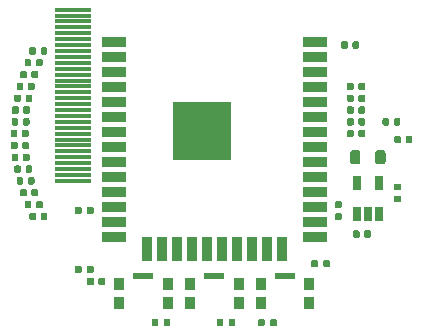
<source format=gbr>
%TF.GenerationSoftware,KiCad,Pcbnew,(6.0.0-rc1-dev-1546-g786ee0e)*%
%TF.CreationDate,2021-05-18T14:47:41-07:00*%
%TF.ProjectId,MainBoard,4d61696e-426f-4617-9264-2e6b69636164,rev?*%
%TF.SameCoordinates,Original*%
%TF.FileFunction,Paste,Top*%
%TF.FilePolarity,Positive*%
%FSLAX46Y46*%
G04 Gerber Fmt 4.6, Leading zero omitted, Abs format (unit mm)*
G04 Created by KiCad (PCBNEW (6.0.0-rc1-dev-1546-g786ee0e)) date Tue 18 May 2021 02:47:41 PM PDT*
%MOMM*%
%LPD*%
G04 APERTURE LIST*
%ADD10R,2.000000X0.900000*%
%ADD11R,0.900000X2.000000*%
%ADD12R,5.000000X5.000000*%
%ADD13C,0.100000*%
%ADD14C,0.590000*%
%ADD15C,0.560000*%
%ADD16R,3.150000X0.350000*%
%ADD17R,1.700000X0.550000*%
%ADD18R,0.900000X1.000000*%
%ADD19C,0.540000*%
%ADD20R,0.650000X1.220000*%
%ADD21C,0.875000*%
G04 APERTURE END LIST*
D10*
%TO.C,U1*%
X142000000Y-30745000D03*
X142000000Y-32015000D03*
X142000000Y-33285000D03*
X142000000Y-34555000D03*
X142000000Y-35825000D03*
X142000000Y-37095000D03*
X142000000Y-38365000D03*
X142000000Y-39635000D03*
X142000000Y-40905000D03*
X142000000Y-42175000D03*
X142000000Y-43445000D03*
X142000000Y-44715000D03*
X142000000Y-45985000D03*
X142000000Y-47255000D03*
D11*
X139215000Y-48255000D03*
X137945000Y-48255000D03*
X136675000Y-48255000D03*
X135405000Y-48255000D03*
X134135000Y-48255000D03*
X132865000Y-48255000D03*
X131595000Y-48255000D03*
X130325000Y-48255000D03*
X129055000Y-48255000D03*
X127785000Y-48255000D03*
D10*
X125000000Y-47255000D03*
X125000000Y-45985000D03*
X125000000Y-44715000D03*
X125000000Y-43445000D03*
X125000000Y-42175000D03*
X125000000Y-40905000D03*
X125000000Y-39635000D03*
X125000000Y-38365000D03*
X125000000Y-37095000D03*
X125000000Y-35825000D03*
X125000000Y-34555000D03*
X125000000Y-33285000D03*
X125000000Y-32015000D03*
X125000000Y-30745000D03*
D12*
X132500000Y-38245000D03*
%TD*%
D13*
%TO.C,D1*%
G36*
X116796958Y-36180710D02*
G01*
X116811276Y-36182834D01*
X116825317Y-36186351D01*
X116838946Y-36191228D01*
X116852031Y-36197417D01*
X116864447Y-36204858D01*
X116876073Y-36213481D01*
X116886798Y-36223202D01*
X116896519Y-36233927D01*
X116905142Y-36245553D01*
X116912583Y-36257969D01*
X116918772Y-36271054D01*
X116923649Y-36284683D01*
X116927166Y-36298724D01*
X116929290Y-36313042D01*
X116930000Y-36327500D01*
X116930000Y-36672500D01*
X116929290Y-36686958D01*
X116927166Y-36701276D01*
X116923649Y-36715317D01*
X116918772Y-36728946D01*
X116912583Y-36742031D01*
X116905142Y-36754447D01*
X116896519Y-36766073D01*
X116886798Y-36776798D01*
X116876073Y-36786519D01*
X116864447Y-36795142D01*
X116852031Y-36802583D01*
X116838946Y-36808772D01*
X116825317Y-36813649D01*
X116811276Y-36817166D01*
X116796958Y-36819290D01*
X116782500Y-36820000D01*
X116487500Y-36820000D01*
X116473042Y-36819290D01*
X116458724Y-36817166D01*
X116444683Y-36813649D01*
X116431054Y-36808772D01*
X116417969Y-36802583D01*
X116405553Y-36795142D01*
X116393927Y-36786519D01*
X116383202Y-36776798D01*
X116373481Y-36766073D01*
X116364858Y-36754447D01*
X116357417Y-36742031D01*
X116351228Y-36728946D01*
X116346351Y-36715317D01*
X116342834Y-36701276D01*
X116340710Y-36686958D01*
X116340000Y-36672500D01*
X116340000Y-36327500D01*
X116340710Y-36313042D01*
X116342834Y-36298724D01*
X116346351Y-36284683D01*
X116351228Y-36271054D01*
X116357417Y-36257969D01*
X116364858Y-36245553D01*
X116373481Y-36233927D01*
X116383202Y-36223202D01*
X116393927Y-36213481D01*
X116405553Y-36204858D01*
X116417969Y-36197417D01*
X116431054Y-36191228D01*
X116444683Y-36186351D01*
X116458724Y-36182834D01*
X116473042Y-36180710D01*
X116487500Y-36180000D01*
X116782500Y-36180000D01*
X116796958Y-36180710D01*
X116796958Y-36180710D01*
G37*
D14*
X116635000Y-36500000D03*
D13*
G36*
X117766958Y-36180710D02*
G01*
X117781276Y-36182834D01*
X117795317Y-36186351D01*
X117808946Y-36191228D01*
X117822031Y-36197417D01*
X117834447Y-36204858D01*
X117846073Y-36213481D01*
X117856798Y-36223202D01*
X117866519Y-36233927D01*
X117875142Y-36245553D01*
X117882583Y-36257969D01*
X117888772Y-36271054D01*
X117893649Y-36284683D01*
X117897166Y-36298724D01*
X117899290Y-36313042D01*
X117900000Y-36327500D01*
X117900000Y-36672500D01*
X117899290Y-36686958D01*
X117897166Y-36701276D01*
X117893649Y-36715317D01*
X117888772Y-36728946D01*
X117882583Y-36742031D01*
X117875142Y-36754447D01*
X117866519Y-36766073D01*
X117856798Y-36776798D01*
X117846073Y-36786519D01*
X117834447Y-36795142D01*
X117822031Y-36802583D01*
X117808946Y-36808772D01*
X117795317Y-36813649D01*
X117781276Y-36817166D01*
X117766958Y-36819290D01*
X117752500Y-36820000D01*
X117457500Y-36820000D01*
X117443042Y-36819290D01*
X117428724Y-36817166D01*
X117414683Y-36813649D01*
X117401054Y-36808772D01*
X117387969Y-36802583D01*
X117375553Y-36795142D01*
X117363927Y-36786519D01*
X117353202Y-36776798D01*
X117343481Y-36766073D01*
X117334858Y-36754447D01*
X117327417Y-36742031D01*
X117321228Y-36728946D01*
X117316351Y-36715317D01*
X117312834Y-36701276D01*
X117310710Y-36686958D01*
X117310000Y-36672500D01*
X117310000Y-36327500D01*
X117310710Y-36313042D01*
X117312834Y-36298724D01*
X117316351Y-36284683D01*
X117321228Y-36271054D01*
X117327417Y-36257969D01*
X117334858Y-36245553D01*
X117343481Y-36233927D01*
X117353202Y-36223202D01*
X117363927Y-36213481D01*
X117375553Y-36204858D01*
X117387969Y-36197417D01*
X117401054Y-36191228D01*
X117414683Y-36186351D01*
X117428724Y-36182834D01*
X117443042Y-36180710D01*
X117457500Y-36180000D01*
X117752500Y-36180000D01*
X117766958Y-36180710D01*
X117766958Y-36180710D01*
G37*
D14*
X117605000Y-36500000D03*
%TD*%
D13*
%TO.C,C20*%
G36*
X117193722Y-42190674D02*
G01*
X117207313Y-42192690D01*
X117220640Y-42196028D01*
X117233576Y-42200657D01*
X117245996Y-42206531D01*
X117257780Y-42213594D01*
X117268815Y-42221779D01*
X117278995Y-42231005D01*
X117288221Y-42241185D01*
X117296406Y-42252220D01*
X117303469Y-42264004D01*
X117309343Y-42276424D01*
X117313972Y-42289360D01*
X117317310Y-42302687D01*
X117319326Y-42316278D01*
X117320000Y-42330000D01*
X117320000Y-42670000D01*
X117319326Y-42683722D01*
X117317310Y-42697313D01*
X117313972Y-42710640D01*
X117309343Y-42723576D01*
X117303469Y-42735996D01*
X117296406Y-42747780D01*
X117288221Y-42758815D01*
X117278995Y-42768995D01*
X117268815Y-42778221D01*
X117257780Y-42786406D01*
X117245996Y-42793469D01*
X117233576Y-42799343D01*
X117220640Y-42803972D01*
X117207313Y-42807310D01*
X117193722Y-42809326D01*
X117180000Y-42810000D01*
X116900000Y-42810000D01*
X116886278Y-42809326D01*
X116872687Y-42807310D01*
X116859360Y-42803972D01*
X116846424Y-42799343D01*
X116834004Y-42793469D01*
X116822220Y-42786406D01*
X116811185Y-42778221D01*
X116801005Y-42768995D01*
X116791779Y-42758815D01*
X116783594Y-42747780D01*
X116776531Y-42735996D01*
X116770657Y-42723576D01*
X116766028Y-42710640D01*
X116762690Y-42697313D01*
X116760674Y-42683722D01*
X116760000Y-42670000D01*
X116760000Y-42330000D01*
X116760674Y-42316278D01*
X116762690Y-42302687D01*
X116766028Y-42289360D01*
X116770657Y-42276424D01*
X116776531Y-42264004D01*
X116783594Y-42252220D01*
X116791779Y-42241185D01*
X116801005Y-42231005D01*
X116811185Y-42221779D01*
X116822220Y-42213594D01*
X116834004Y-42206531D01*
X116846424Y-42200657D01*
X116859360Y-42196028D01*
X116872687Y-42192690D01*
X116886278Y-42190674D01*
X116900000Y-42190000D01*
X117180000Y-42190000D01*
X117193722Y-42190674D01*
X117193722Y-42190674D01*
G37*
D15*
X117040000Y-42500000D03*
D13*
G36*
X118153722Y-42190674D02*
G01*
X118167313Y-42192690D01*
X118180640Y-42196028D01*
X118193576Y-42200657D01*
X118205996Y-42206531D01*
X118217780Y-42213594D01*
X118228815Y-42221779D01*
X118238995Y-42231005D01*
X118248221Y-42241185D01*
X118256406Y-42252220D01*
X118263469Y-42264004D01*
X118269343Y-42276424D01*
X118273972Y-42289360D01*
X118277310Y-42302687D01*
X118279326Y-42316278D01*
X118280000Y-42330000D01*
X118280000Y-42670000D01*
X118279326Y-42683722D01*
X118277310Y-42697313D01*
X118273972Y-42710640D01*
X118269343Y-42723576D01*
X118263469Y-42735996D01*
X118256406Y-42747780D01*
X118248221Y-42758815D01*
X118238995Y-42768995D01*
X118228815Y-42778221D01*
X118217780Y-42786406D01*
X118205996Y-42793469D01*
X118193576Y-42799343D01*
X118180640Y-42803972D01*
X118167313Y-42807310D01*
X118153722Y-42809326D01*
X118140000Y-42810000D01*
X117860000Y-42810000D01*
X117846278Y-42809326D01*
X117832687Y-42807310D01*
X117819360Y-42803972D01*
X117806424Y-42799343D01*
X117794004Y-42793469D01*
X117782220Y-42786406D01*
X117771185Y-42778221D01*
X117761005Y-42768995D01*
X117751779Y-42758815D01*
X117743594Y-42747780D01*
X117736531Y-42735996D01*
X117730657Y-42723576D01*
X117726028Y-42710640D01*
X117722690Y-42697313D01*
X117720674Y-42683722D01*
X117720000Y-42670000D01*
X117720000Y-42330000D01*
X117720674Y-42316278D01*
X117722690Y-42302687D01*
X117726028Y-42289360D01*
X117730657Y-42276424D01*
X117736531Y-42264004D01*
X117743594Y-42252220D01*
X117751779Y-42241185D01*
X117761005Y-42231005D01*
X117771185Y-42221779D01*
X117782220Y-42213594D01*
X117794004Y-42206531D01*
X117806424Y-42200657D01*
X117819360Y-42196028D01*
X117832687Y-42192690D01*
X117846278Y-42190674D01*
X117860000Y-42190000D01*
X118140000Y-42190000D01*
X118153722Y-42190674D01*
X118153722Y-42190674D01*
G37*
D15*
X118000000Y-42500000D03*
%TD*%
D13*
%TO.C,C19*%
G36*
X116993722Y-41190674D02*
G01*
X117007313Y-41192690D01*
X117020640Y-41196028D01*
X117033576Y-41200657D01*
X117045996Y-41206531D01*
X117057780Y-41213594D01*
X117068815Y-41221779D01*
X117078995Y-41231005D01*
X117088221Y-41241185D01*
X117096406Y-41252220D01*
X117103469Y-41264004D01*
X117109343Y-41276424D01*
X117113972Y-41289360D01*
X117117310Y-41302687D01*
X117119326Y-41316278D01*
X117120000Y-41330000D01*
X117120000Y-41670000D01*
X117119326Y-41683722D01*
X117117310Y-41697313D01*
X117113972Y-41710640D01*
X117109343Y-41723576D01*
X117103469Y-41735996D01*
X117096406Y-41747780D01*
X117088221Y-41758815D01*
X117078995Y-41768995D01*
X117068815Y-41778221D01*
X117057780Y-41786406D01*
X117045996Y-41793469D01*
X117033576Y-41799343D01*
X117020640Y-41803972D01*
X117007313Y-41807310D01*
X116993722Y-41809326D01*
X116980000Y-41810000D01*
X116700000Y-41810000D01*
X116686278Y-41809326D01*
X116672687Y-41807310D01*
X116659360Y-41803972D01*
X116646424Y-41799343D01*
X116634004Y-41793469D01*
X116622220Y-41786406D01*
X116611185Y-41778221D01*
X116601005Y-41768995D01*
X116591779Y-41758815D01*
X116583594Y-41747780D01*
X116576531Y-41735996D01*
X116570657Y-41723576D01*
X116566028Y-41710640D01*
X116562690Y-41697313D01*
X116560674Y-41683722D01*
X116560000Y-41670000D01*
X116560000Y-41330000D01*
X116560674Y-41316278D01*
X116562690Y-41302687D01*
X116566028Y-41289360D01*
X116570657Y-41276424D01*
X116576531Y-41264004D01*
X116583594Y-41252220D01*
X116591779Y-41241185D01*
X116601005Y-41231005D01*
X116611185Y-41221779D01*
X116622220Y-41213594D01*
X116634004Y-41206531D01*
X116646424Y-41200657D01*
X116659360Y-41196028D01*
X116672687Y-41192690D01*
X116686278Y-41190674D01*
X116700000Y-41190000D01*
X116980000Y-41190000D01*
X116993722Y-41190674D01*
X116993722Y-41190674D01*
G37*
D15*
X116840000Y-41500000D03*
D13*
G36*
X117953722Y-41190674D02*
G01*
X117967313Y-41192690D01*
X117980640Y-41196028D01*
X117993576Y-41200657D01*
X118005996Y-41206531D01*
X118017780Y-41213594D01*
X118028815Y-41221779D01*
X118038995Y-41231005D01*
X118048221Y-41241185D01*
X118056406Y-41252220D01*
X118063469Y-41264004D01*
X118069343Y-41276424D01*
X118073972Y-41289360D01*
X118077310Y-41302687D01*
X118079326Y-41316278D01*
X118080000Y-41330000D01*
X118080000Y-41670000D01*
X118079326Y-41683722D01*
X118077310Y-41697313D01*
X118073972Y-41710640D01*
X118069343Y-41723576D01*
X118063469Y-41735996D01*
X118056406Y-41747780D01*
X118048221Y-41758815D01*
X118038995Y-41768995D01*
X118028815Y-41778221D01*
X118017780Y-41786406D01*
X118005996Y-41793469D01*
X117993576Y-41799343D01*
X117980640Y-41803972D01*
X117967313Y-41807310D01*
X117953722Y-41809326D01*
X117940000Y-41810000D01*
X117660000Y-41810000D01*
X117646278Y-41809326D01*
X117632687Y-41807310D01*
X117619360Y-41803972D01*
X117606424Y-41799343D01*
X117594004Y-41793469D01*
X117582220Y-41786406D01*
X117571185Y-41778221D01*
X117561005Y-41768995D01*
X117551779Y-41758815D01*
X117543594Y-41747780D01*
X117536531Y-41735996D01*
X117530657Y-41723576D01*
X117526028Y-41710640D01*
X117522690Y-41697313D01*
X117520674Y-41683722D01*
X117520000Y-41670000D01*
X117520000Y-41330000D01*
X117520674Y-41316278D01*
X117522690Y-41302687D01*
X117526028Y-41289360D01*
X117530657Y-41276424D01*
X117536531Y-41264004D01*
X117543594Y-41252220D01*
X117551779Y-41241185D01*
X117561005Y-41231005D01*
X117571185Y-41221779D01*
X117582220Y-41213594D01*
X117594004Y-41206531D01*
X117606424Y-41200657D01*
X117619360Y-41196028D01*
X117632687Y-41192690D01*
X117646278Y-41190674D01*
X117660000Y-41190000D01*
X117940000Y-41190000D01*
X117953722Y-41190674D01*
X117953722Y-41190674D01*
G37*
D15*
X117800000Y-41500000D03*
%TD*%
D13*
%TO.C,C18*%
G36*
X116773722Y-40190674D02*
G01*
X116787313Y-40192690D01*
X116800640Y-40196028D01*
X116813576Y-40200657D01*
X116825996Y-40206531D01*
X116837780Y-40213594D01*
X116848815Y-40221779D01*
X116858995Y-40231005D01*
X116868221Y-40241185D01*
X116876406Y-40252220D01*
X116883469Y-40264004D01*
X116889343Y-40276424D01*
X116893972Y-40289360D01*
X116897310Y-40302687D01*
X116899326Y-40316278D01*
X116900000Y-40330000D01*
X116900000Y-40670000D01*
X116899326Y-40683722D01*
X116897310Y-40697313D01*
X116893972Y-40710640D01*
X116889343Y-40723576D01*
X116883469Y-40735996D01*
X116876406Y-40747780D01*
X116868221Y-40758815D01*
X116858995Y-40768995D01*
X116848815Y-40778221D01*
X116837780Y-40786406D01*
X116825996Y-40793469D01*
X116813576Y-40799343D01*
X116800640Y-40803972D01*
X116787313Y-40807310D01*
X116773722Y-40809326D01*
X116760000Y-40810000D01*
X116480000Y-40810000D01*
X116466278Y-40809326D01*
X116452687Y-40807310D01*
X116439360Y-40803972D01*
X116426424Y-40799343D01*
X116414004Y-40793469D01*
X116402220Y-40786406D01*
X116391185Y-40778221D01*
X116381005Y-40768995D01*
X116371779Y-40758815D01*
X116363594Y-40747780D01*
X116356531Y-40735996D01*
X116350657Y-40723576D01*
X116346028Y-40710640D01*
X116342690Y-40697313D01*
X116340674Y-40683722D01*
X116340000Y-40670000D01*
X116340000Y-40330000D01*
X116340674Y-40316278D01*
X116342690Y-40302687D01*
X116346028Y-40289360D01*
X116350657Y-40276424D01*
X116356531Y-40264004D01*
X116363594Y-40252220D01*
X116371779Y-40241185D01*
X116381005Y-40231005D01*
X116391185Y-40221779D01*
X116402220Y-40213594D01*
X116414004Y-40206531D01*
X116426424Y-40200657D01*
X116439360Y-40196028D01*
X116452687Y-40192690D01*
X116466278Y-40190674D01*
X116480000Y-40190000D01*
X116760000Y-40190000D01*
X116773722Y-40190674D01*
X116773722Y-40190674D01*
G37*
D15*
X116620000Y-40500000D03*
D13*
G36*
X117733722Y-40190674D02*
G01*
X117747313Y-40192690D01*
X117760640Y-40196028D01*
X117773576Y-40200657D01*
X117785996Y-40206531D01*
X117797780Y-40213594D01*
X117808815Y-40221779D01*
X117818995Y-40231005D01*
X117828221Y-40241185D01*
X117836406Y-40252220D01*
X117843469Y-40264004D01*
X117849343Y-40276424D01*
X117853972Y-40289360D01*
X117857310Y-40302687D01*
X117859326Y-40316278D01*
X117860000Y-40330000D01*
X117860000Y-40670000D01*
X117859326Y-40683722D01*
X117857310Y-40697313D01*
X117853972Y-40710640D01*
X117849343Y-40723576D01*
X117843469Y-40735996D01*
X117836406Y-40747780D01*
X117828221Y-40758815D01*
X117818995Y-40768995D01*
X117808815Y-40778221D01*
X117797780Y-40786406D01*
X117785996Y-40793469D01*
X117773576Y-40799343D01*
X117760640Y-40803972D01*
X117747313Y-40807310D01*
X117733722Y-40809326D01*
X117720000Y-40810000D01*
X117440000Y-40810000D01*
X117426278Y-40809326D01*
X117412687Y-40807310D01*
X117399360Y-40803972D01*
X117386424Y-40799343D01*
X117374004Y-40793469D01*
X117362220Y-40786406D01*
X117351185Y-40778221D01*
X117341005Y-40768995D01*
X117331779Y-40758815D01*
X117323594Y-40747780D01*
X117316531Y-40735996D01*
X117310657Y-40723576D01*
X117306028Y-40710640D01*
X117302690Y-40697313D01*
X117300674Y-40683722D01*
X117300000Y-40670000D01*
X117300000Y-40330000D01*
X117300674Y-40316278D01*
X117302690Y-40302687D01*
X117306028Y-40289360D01*
X117310657Y-40276424D01*
X117316531Y-40264004D01*
X117323594Y-40252220D01*
X117331779Y-40241185D01*
X117341005Y-40231005D01*
X117351185Y-40221779D01*
X117362220Y-40213594D01*
X117374004Y-40206531D01*
X117386424Y-40200657D01*
X117399360Y-40196028D01*
X117412687Y-40192690D01*
X117426278Y-40190674D01*
X117440000Y-40190000D01*
X117720000Y-40190000D01*
X117733722Y-40190674D01*
X117733722Y-40190674D01*
G37*
D15*
X117580000Y-40500000D03*
%TD*%
D13*
%TO.C,C17*%
G36*
X116713722Y-39190674D02*
G01*
X116727313Y-39192690D01*
X116740640Y-39196028D01*
X116753576Y-39200657D01*
X116765996Y-39206531D01*
X116777780Y-39213594D01*
X116788815Y-39221779D01*
X116798995Y-39231005D01*
X116808221Y-39241185D01*
X116816406Y-39252220D01*
X116823469Y-39264004D01*
X116829343Y-39276424D01*
X116833972Y-39289360D01*
X116837310Y-39302687D01*
X116839326Y-39316278D01*
X116840000Y-39330000D01*
X116840000Y-39670000D01*
X116839326Y-39683722D01*
X116837310Y-39697313D01*
X116833972Y-39710640D01*
X116829343Y-39723576D01*
X116823469Y-39735996D01*
X116816406Y-39747780D01*
X116808221Y-39758815D01*
X116798995Y-39768995D01*
X116788815Y-39778221D01*
X116777780Y-39786406D01*
X116765996Y-39793469D01*
X116753576Y-39799343D01*
X116740640Y-39803972D01*
X116727313Y-39807310D01*
X116713722Y-39809326D01*
X116700000Y-39810000D01*
X116420000Y-39810000D01*
X116406278Y-39809326D01*
X116392687Y-39807310D01*
X116379360Y-39803972D01*
X116366424Y-39799343D01*
X116354004Y-39793469D01*
X116342220Y-39786406D01*
X116331185Y-39778221D01*
X116321005Y-39768995D01*
X116311779Y-39758815D01*
X116303594Y-39747780D01*
X116296531Y-39735996D01*
X116290657Y-39723576D01*
X116286028Y-39710640D01*
X116282690Y-39697313D01*
X116280674Y-39683722D01*
X116280000Y-39670000D01*
X116280000Y-39330000D01*
X116280674Y-39316278D01*
X116282690Y-39302687D01*
X116286028Y-39289360D01*
X116290657Y-39276424D01*
X116296531Y-39264004D01*
X116303594Y-39252220D01*
X116311779Y-39241185D01*
X116321005Y-39231005D01*
X116331185Y-39221779D01*
X116342220Y-39213594D01*
X116354004Y-39206531D01*
X116366424Y-39200657D01*
X116379360Y-39196028D01*
X116392687Y-39192690D01*
X116406278Y-39190674D01*
X116420000Y-39190000D01*
X116700000Y-39190000D01*
X116713722Y-39190674D01*
X116713722Y-39190674D01*
G37*
D15*
X116560000Y-39500000D03*
D13*
G36*
X117673722Y-39190674D02*
G01*
X117687313Y-39192690D01*
X117700640Y-39196028D01*
X117713576Y-39200657D01*
X117725996Y-39206531D01*
X117737780Y-39213594D01*
X117748815Y-39221779D01*
X117758995Y-39231005D01*
X117768221Y-39241185D01*
X117776406Y-39252220D01*
X117783469Y-39264004D01*
X117789343Y-39276424D01*
X117793972Y-39289360D01*
X117797310Y-39302687D01*
X117799326Y-39316278D01*
X117800000Y-39330000D01*
X117800000Y-39670000D01*
X117799326Y-39683722D01*
X117797310Y-39697313D01*
X117793972Y-39710640D01*
X117789343Y-39723576D01*
X117783469Y-39735996D01*
X117776406Y-39747780D01*
X117768221Y-39758815D01*
X117758995Y-39768995D01*
X117748815Y-39778221D01*
X117737780Y-39786406D01*
X117725996Y-39793469D01*
X117713576Y-39799343D01*
X117700640Y-39803972D01*
X117687313Y-39807310D01*
X117673722Y-39809326D01*
X117660000Y-39810000D01*
X117380000Y-39810000D01*
X117366278Y-39809326D01*
X117352687Y-39807310D01*
X117339360Y-39803972D01*
X117326424Y-39799343D01*
X117314004Y-39793469D01*
X117302220Y-39786406D01*
X117291185Y-39778221D01*
X117281005Y-39768995D01*
X117271779Y-39758815D01*
X117263594Y-39747780D01*
X117256531Y-39735996D01*
X117250657Y-39723576D01*
X117246028Y-39710640D01*
X117242690Y-39697313D01*
X117240674Y-39683722D01*
X117240000Y-39670000D01*
X117240000Y-39330000D01*
X117240674Y-39316278D01*
X117242690Y-39302687D01*
X117246028Y-39289360D01*
X117250657Y-39276424D01*
X117256531Y-39264004D01*
X117263594Y-39252220D01*
X117271779Y-39241185D01*
X117281005Y-39231005D01*
X117291185Y-39221779D01*
X117302220Y-39213594D01*
X117314004Y-39206531D01*
X117326424Y-39200657D01*
X117339360Y-39196028D01*
X117352687Y-39192690D01*
X117366278Y-39190674D01*
X117380000Y-39190000D01*
X117660000Y-39190000D01*
X117673722Y-39190674D01*
X117673722Y-39190674D01*
G37*
D15*
X117520000Y-39500000D03*
%TD*%
D13*
%TO.C,C16*%
G36*
X116693722Y-38190674D02*
G01*
X116707313Y-38192690D01*
X116720640Y-38196028D01*
X116733576Y-38200657D01*
X116745996Y-38206531D01*
X116757780Y-38213594D01*
X116768815Y-38221779D01*
X116778995Y-38231005D01*
X116788221Y-38241185D01*
X116796406Y-38252220D01*
X116803469Y-38264004D01*
X116809343Y-38276424D01*
X116813972Y-38289360D01*
X116817310Y-38302687D01*
X116819326Y-38316278D01*
X116820000Y-38330000D01*
X116820000Y-38670000D01*
X116819326Y-38683722D01*
X116817310Y-38697313D01*
X116813972Y-38710640D01*
X116809343Y-38723576D01*
X116803469Y-38735996D01*
X116796406Y-38747780D01*
X116788221Y-38758815D01*
X116778995Y-38768995D01*
X116768815Y-38778221D01*
X116757780Y-38786406D01*
X116745996Y-38793469D01*
X116733576Y-38799343D01*
X116720640Y-38803972D01*
X116707313Y-38807310D01*
X116693722Y-38809326D01*
X116680000Y-38810000D01*
X116400000Y-38810000D01*
X116386278Y-38809326D01*
X116372687Y-38807310D01*
X116359360Y-38803972D01*
X116346424Y-38799343D01*
X116334004Y-38793469D01*
X116322220Y-38786406D01*
X116311185Y-38778221D01*
X116301005Y-38768995D01*
X116291779Y-38758815D01*
X116283594Y-38747780D01*
X116276531Y-38735996D01*
X116270657Y-38723576D01*
X116266028Y-38710640D01*
X116262690Y-38697313D01*
X116260674Y-38683722D01*
X116260000Y-38670000D01*
X116260000Y-38330000D01*
X116260674Y-38316278D01*
X116262690Y-38302687D01*
X116266028Y-38289360D01*
X116270657Y-38276424D01*
X116276531Y-38264004D01*
X116283594Y-38252220D01*
X116291779Y-38241185D01*
X116301005Y-38231005D01*
X116311185Y-38221779D01*
X116322220Y-38213594D01*
X116334004Y-38206531D01*
X116346424Y-38200657D01*
X116359360Y-38196028D01*
X116372687Y-38192690D01*
X116386278Y-38190674D01*
X116400000Y-38190000D01*
X116680000Y-38190000D01*
X116693722Y-38190674D01*
X116693722Y-38190674D01*
G37*
D15*
X116540000Y-38500000D03*
D13*
G36*
X117653722Y-38190674D02*
G01*
X117667313Y-38192690D01*
X117680640Y-38196028D01*
X117693576Y-38200657D01*
X117705996Y-38206531D01*
X117717780Y-38213594D01*
X117728815Y-38221779D01*
X117738995Y-38231005D01*
X117748221Y-38241185D01*
X117756406Y-38252220D01*
X117763469Y-38264004D01*
X117769343Y-38276424D01*
X117773972Y-38289360D01*
X117777310Y-38302687D01*
X117779326Y-38316278D01*
X117780000Y-38330000D01*
X117780000Y-38670000D01*
X117779326Y-38683722D01*
X117777310Y-38697313D01*
X117773972Y-38710640D01*
X117769343Y-38723576D01*
X117763469Y-38735996D01*
X117756406Y-38747780D01*
X117748221Y-38758815D01*
X117738995Y-38768995D01*
X117728815Y-38778221D01*
X117717780Y-38786406D01*
X117705996Y-38793469D01*
X117693576Y-38799343D01*
X117680640Y-38803972D01*
X117667313Y-38807310D01*
X117653722Y-38809326D01*
X117640000Y-38810000D01*
X117360000Y-38810000D01*
X117346278Y-38809326D01*
X117332687Y-38807310D01*
X117319360Y-38803972D01*
X117306424Y-38799343D01*
X117294004Y-38793469D01*
X117282220Y-38786406D01*
X117271185Y-38778221D01*
X117261005Y-38768995D01*
X117251779Y-38758815D01*
X117243594Y-38747780D01*
X117236531Y-38735996D01*
X117230657Y-38723576D01*
X117226028Y-38710640D01*
X117222690Y-38697313D01*
X117220674Y-38683722D01*
X117220000Y-38670000D01*
X117220000Y-38330000D01*
X117220674Y-38316278D01*
X117222690Y-38302687D01*
X117226028Y-38289360D01*
X117230657Y-38276424D01*
X117236531Y-38264004D01*
X117243594Y-38252220D01*
X117251779Y-38241185D01*
X117261005Y-38231005D01*
X117271185Y-38221779D01*
X117282220Y-38213594D01*
X117294004Y-38206531D01*
X117306424Y-38200657D01*
X117319360Y-38196028D01*
X117332687Y-38192690D01*
X117346278Y-38190674D01*
X117360000Y-38190000D01*
X117640000Y-38190000D01*
X117653722Y-38190674D01*
X117653722Y-38190674D01*
G37*
D15*
X117500000Y-38500000D03*
%TD*%
D13*
%TO.C,C15*%
G36*
X116773722Y-37190674D02*
G01*
X116787313Y-37192690D01*
X116800640Y-37196028D01*
X116813576Y-37200657D01*
X116825996Y-37206531D01*
X116837780Y-37213594D01*
X116848815Y-37221779D01*
X116858995Y-37231005D01*
X116868221Y-37241185D01*
X116876406Y-37252220D01*
X116883469Y-37264004D01*
X116889343Y-37276424D01*
X116893972Y-37289360D01*
X116897310Y-37302687D01*
X116899326Y-37316278D01*
X116900000Y-37330000D01*
X116900000Y-37670000D01*
X116899326Y-37683722D01*
X116897310Y-37697313D01*
X116893972Y-37710640D01*
X116889343Y-37723576D01*
X116883469Y-37735996D01*
X116876406Y-37747780D01*
X116868221Y-37758815D01*
X116858995Y-37768995D01*
X116848815Y-37778221D01*
X116837780Y-37786406D01*
X116825996Y-37793469D01*
X116813576Y-37799343D01*
X116800640Y-37803972D01*
X116787313Y-37807310D01*
X116773722Y-37809326D01*
X116760000Y-37810000D01*
X116480000Y-37810000D01*
X116466278Y-37809326D01*
X116452687Y-37807310D01*
X116439360Y-37803972D01*
X116426424Y-37799343D01*
X116414004Y-37793469D01*
X116402220Y-37786406D01*
X116391185Y-37778221D01*
X116381005Y-37768995D01*
X116371779Y-37758815D01*
X116363594Y-37747780D01*
X116356531Y-37735996D01*
X116350657Y-37723576D01*
X116346028Y-37710640D01*
X116342690Y-37697313D01*
X116340674Y-37683722D01*
X116340000Y-37670000D01*
X116340000Y-37330000D01*
X116340674Y-37316278D01*
X116342690Y-37302687D01*
X116346028Y-37289360D01*
X116350657Y-37276424D01*
X116356531Y-37264004D01*
X116363594Y-37252220D01*
X116371779Y-37241185D01*
X116381005Y-37231005D01*
X116391185Y-37221779D01*
X116402220Y-37213594D01*
X116414004Y-37206531D01*
X116426424Y-37200657D01*
X116439360Y-37196028D01*
X116452687Y-37192690D01*
X116466278Y-37190674D01*
X116480000Y-37190000D01*
X116760000Y-37190000D01*
X116773722Y-37190674D01*
X116773722Y-37190674D01*
G37*
D15*
X116620000Y-37500000D03*
D13*
G36*
X117733722Y-37190674D02*
G01*
X117747313Y-37192690D01*
X117760640Y-37196028D01*
X117773576Y-37200657D01*
X117785996Y-37206531D01*
X117797780Y-37213594D01*
X117808815Y-37221779D01*
X117818995Y-37231005D01*
X117828221Y-37241185D01*
X117836406Y-37252220D01*
X117843469Y-37264004D01*
X117849343Y-37276424D01*
X117853972Y-37289360D01*
X117857310Y-37302687D01*
X117859326Y-37316278D01*
X117860000Y-37330000D01*
X117860000Y-37670000D01*
X117859326Y-37683722D01*
X117857310Y-37697313D01*
X117853972Y-37710640D01*
X117849343Y-37723576D01*
X117843469Y-37735996D01*
X117836406Y-37747780D01*
X117828221Y-37758815D01*
X117818995Y-37768995D01*
X117808815Y-37778221D01*
X117797780Y-37786406D01*
X117785996Y-37793469D01*
X117773576Y-37799343D01*
X117760640Y-37803972D01*
X117747313Y-37807310D01*
X117733722Y-37809326D01*
X117720000Y-37810000D01*
X117440000Y-37810000D01*
X117426278Y-37809326D01*
X117412687Y-37807310D01*
X117399360Y-37803972D01*
X117386424Y-37799343D01*
X117374004Y-37793469D01*
X117362220Y-37786406D01*
X117351185Y-37778221D01*
X117341005Y-37768995D01*
X117331779Y-37758815D01*
X117323594Y-37747780D01*
X117316531Y-37735996D01*
X117310657Y-37723576D01*
X117306028Y-37710640D01*
X117302690Y-37697313D01*
X117300674Y-37683722D01*
X117300000Y-37670000D01*
X117300000Y-37330000D01*
X117300674Y-37316278D01*
X117302690Y-37302687D01*
X117306028Y-37289360D01*
X117310657Y-37276424D01*
X117316531Y-37264004D01*
X117323594Y-37252220D01*
X117331779Y-37241185D01*
X117341005Y-37231005D01*
X117351185Y-37221779D01*
X117362220Y-37213594D01*
X117374004Y-37206531D01*
X117386424Y-37200657D01*
X117399360Y-37196028D01*
X117412687Y-37192690D01*
X117426278Y-37190674D01*
X117440000Y-37190000D01*
X117720000Y-37190000D01*
X117733722Y-37190674D01*
X117733722Y-37190674D01*
G37*
D15*
X117580000Y-37500000D03*
%TD*%
D13*
%TO.C,C14*%
G36*
X117493722Y-43190674D02*
G01*
X117507313Y-43192690D01*
X117520640Y-43196028D01*
X117533576Y-43200657D01*
X117545996Y-43206531D01*
X117557780Y-43213594D01*
X117568815Y-43221779D01*
X117578995Y-43231005D01*
X117588221Y-43241185D01*
X117596406Y-43252220D01*
X117603469Y-43264004D01*
X117609343Y-43276424D01*
X117613972Y-43289360D01*
X117617310Y-43302687D01*
X117619326Y-43316278D01*
X117620000Y-43330000D01*
X117620000Y-43670000D01*
X117619326Y-43683722D01*
X117617310Y-43697313D01*
X117613972Y-43710640D01*
X117609343Y-43723576D01*
X117603469Y-43735996D01*
X117596406Y-43747780D01*
X117588221Y-43758815D01*
X117578995Y-43768995D01*
X117568815Y-43778221D01*
X117557780Y-43786406D01*
X117545996Y-43793469D01*
X117533576Y-43799343D01*
X117520640Y-43803972D01*
X117507313Y-43807310D01*
X117493722Y-43809326D01*
X117480000Y-43810000D01*
X117200000Y-43810000D01*
X117186278Y-43809326D01*
X117172687Y-43807310D01*
X117159360Y-43803972D01*
X117146424Y-43799343D01*
X117134004Y-43793469D01*
X117122220Y-43786406D01*
X117111185Y-43778221D01*
X117101005Y-43768995D01*
X117091779Y-43758815D01*
X117083594Y-43747780D01*
X117076531Y-43735996D01*
X117070657Y-43723576D01*
X117066028Y-43710640D01*
X117062690Y-43697313D01*
X117060674Y-43683722D01*
X117060000Y-43670000D01*
X117060000Y-43330000D01*
X117060674Y-43316278D01*
X117062690Y-43302687D01*
X117066028Y-43289360D01*
X117070657Y-43276424D01*
X117076531Y-43264004D01*
X117083594Y-43252220D01*
X117091779Y-43241185D01*
X117101005Y-43231005D01*
X117111185Y-43221779D01*
X117122220Y-43213594D01*
X117134004Y-43206531D01*
X117146424Y-43200657D01*
X117159360Y-43196028D01*
X117172687Y-43192690D01*
X117186278Y-43190674D01*
X117200000Y-43190000D01*
X117480000Y-43190000D01*
X117493722Y-43190674D01*
X117493722Y-43190674D01*
G37*
D15*
X117340000Y-43500000D03*
D13*
G36*
X118453722Y-43190674D02*
G01*
X118467313Y-43192690D01*
X118480640Y-43196028D01*
X118493576Y-43200657D01*
X118505996Y-43206531D01*
X118517780Y-43213594D01*
X118528815Y-43221779D01*
X118538995Y-43231005D01*
X118548221Y-43241185D01*
X118556406Y-43252220D01*
X118563469Y-43264004D01*
X118569343Y-43276424D01*
X118573972Y-43289360D01*
X118577310Y-43302687D01*
X118579326Y-43316278D01*
X118580000Y-43330000D01*
X118580000Y-43670000D01*
X118579326Y-43683722D01*
X118577310Y-43697313D01*
X118573972Y-43710640D01*
X118569343Y-43723576D01*
X118563469Y-43735996D01*
X118556406Y-43747780D01*
X118548221Y-43758815D01*
X118538995Y-43768995D01*
X118528815Y-43778221D01*
X118517780Y-43786406D01*
X118505996Y-43793469D01*
X118493576Y-43799343D01*
X118480640Y-43803972D01*
X118467313Y-43807310D01*
X118453722Y-43809326D01*
X118440000Y-43810000D01*
X118160000Y-43810000D01*
X118146278Y-43809326D01*
X118132687Y-43807310D01*
X118119360Y-43803972D01*
X118106424Y-43799343D01*
X118094004Y-43793469D01*
X118082220Y-43786406D01*
X118071185Y-43778221D01*
X118061005Y-43768995D01*
X118051779Y-43758815D01*
X118043594Y-43747780D01*
X118036531Y-43735996D01*
X118030657Y-43723576D01*
X118026028Y-43710640D01*
X118022690Y-43697313D01*
X118020674Y-43683722D01*
X118020000Y-43670000D01*
X118020000Y-43330000D01*
X118020674Y-43316278D01*
X118022690Y-43302687D01*
X118026028Y-43289360D01*
X118030657Y-43276424D01*
X118036531Y-43264004D01*
X118043594Y-43252220D01*
X118051779Y-43241185D01*
X118061005Y-43231005D01*
X118071185Y-43221779D01*
X118082220Y-43213594D01*
X118094004Y-43206531D01*
X118106424Y-43200657D01*
X118119360Y-43196028D01*
X118132687Y-43192690D01*
X118146278Y-43190674D01*
X118160000Y-43190000D01*
X118440000Y-43190000D01*
X118453722Y-43190674D01*
X118453722Y-43190674D01*
G37*
D15*
X118300000Y-43500000D03*
%TD*%
D13*
%TO.C,C13*%
G36*
X116993722Y-35190674D02*
G01*
X117007313Y-35192690D01*
X117020640Y-35196028D01*
X117033576Y-35200657D01*
X117045996Y-35206531D01*
X117057780Y-35213594D01*
X117068815Y-35221779D01*
X117078995Y-35231005D01*
X117088221Y-35241185D01*
X117096406Y-35252220D01*
X117103469Y-35264004D01*
X117109343Y-35276424D01*
X117113972Y-35289360D01*
X117117310Y-35302687D01*
X117119326Y-35316278D01*
X117120000Y-35330000D01*
X117120000Y-35670000D01*
X117119326Y-35683722D01*
X117117310Y-35697313D01*
X117113972Y-35710640D01*
X117109343Y-35723576D01*
X117103469Y-35735996D01*
X117096406Y-35747780D01*
X117088221Y-35758815D01*
X117078995Y-35768995D01*
X117068815Y-35778221D01*
X117057780Y-35786406D01*
X117045996Y-35793469D01*
X117033576Y-35799343D01*
X117020640Y-35803972D01*
X117007313Y-35807310D01*
X116993722Y-35809326D01*
X116980000Y-35810000D01*
X116700000Y-35810000D01*
X116686278Y-35809326D01*
X116672687Y-35807310D01*
X116659360Y-35803972D01*
X116646424Y-35799343D01*
X116634004Y-35793469D01*
X116622220Y-35786406D01*
X116611185Y-35778221D01*
X116601005Y-35768995D01*
X116591779Y-35758815D01*
X116583594Y-35747780D01*
X116576531Y-35735996D01*
X116570657Y-35723576D01*
X116566028Y-35710640D01*
X116562690Y-35697313D01*
X116560674Y-35683722D01*
X116560000Y-35670000D01*
X116560000Y-35330000D01*
X116560674Y-35316278D01*
X116562690Y-35302687D01*
X116566028Y-35289360D01*
X116570657Y-35276424D01*
X116576531Y-35264004D01*
X116583594Y-35252220D01*
X116591779Y-35241185D01*
X116601005Y-35231005D01*
X116611185Y-35221779D01*
X116622220Y-35213594D01*
X116634004Y-35206531D01*
X116646424Y-35200657D01*
X116659360Y-35196028D01*
X116672687Y-35192690D01*
X116686278Y-35190674D01*
X116700000Y-35190000D01*
X116980000Y-35190000D01*
X116993722Y-35190674D01*
X116993722Y-35190674D01*
G37*
D15*
X116840000Y-35500000D03*
D13*
G36*
X117953722Y-35190674D02*
G01*
X117967313Y-35192690D01*
X117980640Y-35196028D01*
X117993576Y-35200657D01*
X118005996Y-35206531D01*
X118017780Y-35213594D01*
X118028815Y-35221779D01*
X118038995Y-35231005D01*
X118048221Y-35241185D01*
X118056406Y-35252220D01*
X118063469Y-35264004D01*
X118069343Y-35276424D01*
X118073972Y-35289360D01*
X118077310Y-35302687D01*
X118079326Y-35316278D01*
X118080000Y-35330000D01*
X118080000Y-35670000D01*
X118079326Y-35683722D01*
X118077310Y-35697313D01*
X118073972Y-35710640D01*
X118069343Y-35723576D01*
X118063469Y-35735996D01*
X118056406Y-35747780D01*
X118048221Y-35758815D01*
X118038995Y-35768995D01*
X118028815Y-35778221D01*
X118017780Y-35786406D01*
X118005996Y-35793469D01*
X117993576Y-35799343D01*
X117980640Y-35803972D01*
X117967313Y-35807310D01*
X117953722Y-35809326D01*
X117940000Y-35810000D01*
X117660000Y-35810000D01*
X117646278Y-35809326D01*
X117632687Y-35807310D01*
X117619360Y-35803972D01*
X117606424Y-35799343D01*
X117594004Y-35793469D01*
X117582220Y-35786406D01*
X117571185Y-35778221D01*
X117561005Y-35768995D01*
X117551779Y-35758815D01*
X117543594Y-35747780D01*
X117536531Y-35735996D01*
X117530657Y-35723576D01*
X117526028Y-35710640D01*
X117522690Y-35697313D01*
X117520674Y-35683722D01*
X117520000Y-35670000D01*
X117520000Y-35330000D01*
X117520674Y-35316278D01*
X117522690Y-35302687D01*
X117526028Y-35289360D01*
X117530657Y-35276424D01*
X117536531Y-35264004D01*
X117543594Y-35252220D01*
X117551779Y-35241185D01*
X117561005Y-35231005D01*
X117571185Y-35221779D01*
X117582220Y-35213594D01*
X117594004Y-35206531D01*
X117606424Y-35200657D01*
X117619360Y-35196028D01*
X117632687Y-35192690D01*
X117646278Y-35190674D01*
X117660000Y-35190000D01*
X117940000Y-35190000D01*
X117953722Y-35190674D01*
X117953722Y-35190674D01*
G37*
D15*
X117800000Y-35500000D03*
%TD*%
D13*
%TO.C,C12*%
G36*
X118273722Y-45190674D02*
G01*
X118287313Y-45192690D01*
X118300640Y-45196028D01*
X118313576Y-45200657D01*
X118325996Y-45206531D01*
X118337780Y-45213594D01*
X118348815Y-45221779D01*
X118358995Y-45231005D01*
X118368221Y-45241185D01*
X118376406Y-45252220D01*
X118383469Y-45264004D01*
X118389343Y-45276424D01*
X118393972Y-45289360D01*
X118397310Y-45302687D01*
X118399326Y-45316278D01*
X118400000Y-45330000D01*
X118400000Y-45670000D01*
X118399326Y-45683722D01*
X118397310Y-45697313D01*
X118393972Y-45710640D01*
X118389343Y-45723576D01*
X118383469Y-45735996D01*
X118376406Y-45747780D01*
X118368221Y-45758815D01*
X118358995Y-45768995D01*
X118348815Y-45778221D01*
X118337780Y-45786406D01*
X118325996Y-45793469D01*
X118313576Y-45799343D01*
X118300640Y-45803972D01*
X118287313Y-45807310D01*
X118273722Y-45809326D01*
X118260000Y-45810000D01*
X117980000Y-45810000D01*
X117966278Y-45809326D01*
X117952687Y-45807310D01*
X117939360Y-45803972D01*
X117926424Y-45799343D01*
X117914004Y-45793469D01*
X117902220Y-45786406D01*
X117891185Y-45778221D01*
X117881005Y-45768995D01*
X117871779Y-45758815D01*
X117863594Y-45747780D01*
X117856531Y-45735996D01*
X117850657Y-45723576D01*
X117846028Y-45710640D01*
X117842690Y-45697313D01*
X117840674Y-45683722D01*
X117840000Y-45670000D01*
X117840000Y-45330000D01*
X117840674Y-45316278D01*
X117842690Y-45302687D01*
X117846028Y-45289360D01*
X117850657Y-45276424D01*
X117856531Y-45264004D01*
X117863594Y-45252220D01*
X117871779Y-45241185D01*
X117881005Y-45231005D01*
X117891185Y-45221779D01*
X117902220Y-45213594D01*
X117914004Y-45206531D01*
X117926424Y-45200657D01*
X117939360Y-45196028D01*
X117952687Y-45192690D01*
X117966278Y-45190674D01*
X117980000Y-45190000D01*
X118260000Y-45190000D01*
X118273722Y-45190674D01*
X118273722Y-45190674D01*
G37*
D15*
X118120000Y-45500000D03*
D13*
G36*
X119233722Y-45190674D02*
G01*
X119247313Y-45192690D01*
X119260640Y-45196028D01*
X119273576Y-45200657D01*
X119285996Y-45206531D01*
X119297780Y-45213594D01*
X119308815Y-45221779D01*
X119318995Y-45231005D01*
X119328221Y-45241185D01*
X119336406Y-45252220D01*
X119343469Y-45264004D01*
X119349343Y-45276424D01*
X119353972Y-45289360D01*
X119357310Y-45302687D01*
X119359326Y-45316278D01*
X119360000Y-45330000D01*
X119360000Y-45670000D01*
X119359326Y-45683722D01*
X119357310Y-45697313D01*
X119353972Y-45710640D01*
X119349343Y-45723576D01*
X119343469Y-45735996D01*
X119336406Y-45747780D01*
X119328221Y-45758815D01*
X119318995Y-45768995D01*
X119308815Y-45778221D01*
X119297780Y-45786406D01*
X119285996Y-45793469D01*
X119273576Y-45799343D01*
X119260640Y-45803972D01*
X119247313Y-45807310D01*
X119233722Y-45809326D01*
X119220000Y-45810000D01*
X118940000Y-45810000D01*
X118926278Y-45809326D01*
X118912687Y-45807310D01*
X118899360Y-45803972D01*
X118886424Y-45799343D01*
X118874004Y-45793469D01*
X118862220Y-45786406D01*
X118851185Y-45778221D01*
X118841005Y-45768995D01*
X118831779Y-45758815D01*
X118823594Y-45747780D01*
X118816531Y-45735996D01*
X118810657Y-45723576D01*
X118806028Y-45710640D01*
X118802690Y-45697313D01*
X118800674Y-45683722D01*
X118800000Y-45670000D01*
X118800000Y-45330000D01*
X118800674Y-45316278D01*
X118802690Y-45302687D01*
X118806028Y-45289360D01*
X118810657Y-45276424D01*
X118816531Y-45264004D01*
X118823594Y-45252220D01*
X118831779Y-45241185D01*
X118841005Y-45231005D01*
X118851185Y-45221779D01*
X118862220Y-45213594D01*
X118874004Y-45206531D01*
X118886424Y-45200657D01*
X118899360Y-45196028D01*
X118912687Y-45192690D01*
X118926278Y-45190674D01*
X118940000Y-45190000D01*
X119220000Y-45190000D01*
X119233722Y-45190674D01*
X119233722Y-45190674D01*
G37*
D15*
X119080000Y-45500000D03*
%TD*%
D13*
%TO.C,C11*%
G36*
X117893722Y-44190674D02*
G01*
X117907313Y-44192690D01*
X117920640Y-44196028D01*
X117933576Y-44200657D01*
X117945996Y-44206531D01*
X117957780Y-44213594D01*
X117968815Y-44221779D01*
X117978995Y-44231005D01*
X117988221Y-44241185D01*
X117996406Y-44252220D01*
X118003469Y-44264004D01*
X118009343Y-44276424D01*
X118013972Y-44289360D01*
X118017310Y-44302687D01*
X118019326Y-44316278D01*
X118020000Y-44330000D01*
X118020000Y-44670000D01*
X118019326Y-44683722D01*
X118017310Y-44697313D01*
X118013972Y-44710640D01*
X118009343Y-44723576D01*
X118003469Y-44735996D01*
X117996406Y-44747780D01*
X117988221Y-44758815D01*
X117978995Y-44768995D01*
X117968815Y-44778221D01*
X117957780Y-44786406D01*
X117945996Y-44793469D01*
X117933576Y-44799343D01*
X117920640Y-44803972D01*
X117907313Y-44807310D01*
X117893722Y-44809326D01*
X117880000Y-44810000D01*
X117600000Y-44810000D01*
X117586278Y-44809326D01*
X117572687Y-44807310D01*
X117559360Y-44803972D01*
X117546424Y-44799343D01*
X117534004Y-44793469D01*
X117522220Y-44786406D01*
X117511185Y-44778221D01*
X117501005Y-44768995D01*
X117491779Y-44758815D01*
X117483594Y-44747780D01*
X117476531Y-44735996D01*
X117470657Y-44723576D01*
X117466028Y-44710640D01*
X117462690Y-44697313D01*
X117460674Y-44683722D01*
X117460000Y-44670000D01*
X117460000Y-44330000D01*
X117460674Y-44316278D01*
X117462690Y-44302687D01*
X117466028Y-44289360D01*
X117470657Y-44276424D01*
X117476531Y-44264004D01*
X117483594Y-44252220D01*
X117491779Y-44241185D01*
X117501005Y-44231005D01*
X117511185Y-44221779D01*
X117522220Y-44213594D01*
X117534004Y-44206531D01*
X117546424Y-44200657D01*
X117559360Y-44196028D01*
X117572687Y-44192690D01*
X117586278Y-44190674D01*
X117600000Y-44190000D01*
X117880000Y-44190000D01*
X117893722Y-44190674D01*
X117893722Y-44190674D01*
G37*
D15*
X117740000Y-44500000D03*
D13*
G36*
X118853722Y-44190674D02*
G01*
X118867313Y-44192690D01*
X118880640Y-44196028D01*
X118893576Y-44200657D01*
X118905996Y-44206531D01*
X118917780Y-44213594D01*
X118928815Y-44221779D01*
X118938995Y-44231005D01*
X118948221Y-44241185D01*
X118956406Y-44252220D01*
X118963469Y-44264004D01*
X118969343Y-44276424D01*
X118973972Y-44289360D01*
X118977310Y-44302687D01*
X118979326Y-44316278D01*
X118980000Y-44330000D01*
X118980000Y-44670000D01*
X118979326Y-44683722D01*
X118977310Y-44697313D01*
X118973972Y-44710640D01*
X118969343Y-44723576D01*
X118963469Y-44735996D01*
X118956406Y-44747780D01*
X118948221Y-44758815D01*
X118938995Y-44768995D01*
X118928815Y-44778221D01*
X118917780Y-44786406D01*
X118905996Y-44793469D01*
X118893576Y-44799343D01*
X118880640Y-44803972D01*
X118867313Y-44807310D01*
X118853722Y-44809326D01*
X118840000Y-44810000D01*
X118560000Y-44810000D01*
X118546278Y-44809326D01*
X118532687Y-44807310D01*
X118519360Y-44803972D01*
X118506424Y-44799343D01*
X118494004Y-44793469D01*
X118482220Y-44786406D01*
X118471185Y-44778221D01*
X118461005Y-44768995D01*
X118451779Y-44758815D01*
X118443594Y-44747780D01*
X118436531Y-44735996D01*
X118430657Y-44723576D01*
X118426028Y-44710640D01*
X118422690Y-44697313D01*
X118420674Y-44683722D01*
X118420000Y-44670000D01*
X118420000Y-44330000D01*
X118420674Y-44316278D01*
X118422690Y-44302687D01*
X118426028Y-44289360D01*
X118430657Y-44276424D01*
X118436531Y-44264004D01*
X118443594Y-44252220D01*
X118451779Y-44241185D01*
X118461005Y-44231005D01*
X118471185Y-44221779D01*
X118482220Y-44213594D01*
X118494004Y-44206531D01*
X118506424Y-44200657D01*
X118519360Y-44196028D01*
X118532687Y-44192690D01*
X118546278Y-44190674D01*
X118560000Y-44190000D01*
X118840000Y-44190000D01*
X118853722Y-44190674D01*
X118853722Y-44190674D01*
G37*
D15*
X118700000Y-44500000D03*
%TD*%
D13*
%TO.C,C10*%
G36*
X117193722Y-34190674D02*
G01*
X117207313Y-34192690D01*
X117220640Y-34196028D01*
X117233576Y-34200657D01*
X117245996Y-34206531D01*
X117257780Y-34213594D01*
X117268815Y-34221779D01*
X117278995Y-34231005D01*
X117288221Y-34241185D01*
X117296406Y-34252220D01*
X117303469Y-34264004D01*
X117309343Y-34276424D01*
X117313972Y-34289360D01*
X117317310Y-34302687D01*
X117319326Y-34316278D01*
X117320000Y-34330000D01*
X117320000Y-34670000D01*
X117319326Y-34683722D01*
X117317310Y-34697313D01*
X117313972Y-34710640D01*
X117309343Y-34723576D01*
X117303469Y-34735996D01*
X117296406Y-34747780D01*
X117288221Y-34758815D01*
X117278995Y-34768995D01*
X117268815Y-34778221D01*
X117257780Y-34786406D01*
X117245996Y-34793469D01*
X117233576Y-34799343D01*
X117220640Y-34803972D01*
X117207313Y-34807310D01*
X117193722Y-34809326D01*
X117180000Y-34810000D01*
X116900000Y-34810000D01*
X116886278Y-34809326D01*
X116872687Y-34807310D01*
X116859360Y-34803972D01*
X116846424Y-34799343D01*
X116834004Y-34793469D01*
X116822220Y-34786406D01*
X116811185Y-34778221D01*
X116801005Y-34768995D01*
X116791779Y-34758815D01*
X116783594Y-34747780D01*
X116776531Y-34735996D01*
X116770657Y-34723576D01*
X116766028Y-34710640D01*
X116762690Y-34697313D01*
X116760674Y-34683722D01*
X116760000Y-34670000D01*
X116760000Y-34330000D01*
X116760674Y-34316278D01*
X116762690Y-34302687D01*
X116766028Y-34289360D01*
X116770657Y-34276424D01*
X116776531Y-34264004D01*
X116783594Y-34252220D01*
X116791779Y-34241185D01*
X116801005Y-34231005D01*
X116811185Y-34221779D01*
X116822220Y-34213594D01*
X116834004Y-34206531D01*
X116846424Y-34200657D01*
X116859360Y-34196028D01*
X116872687Y-34192690D01*
X116886278Y-34190674D01*
X116900000Y-34190000D01*
X117180000Y-34190000D01*
X117193722Y-34190674D01*
X117193722Y-34190674D01*
G37*
D15*
X117040000Y-34500000D03*
D13*
G36*
X118153722Y-34190674D02*
G01*
X118167313Y-34192690D01*
X118180640Y-34196028D01*
X118193576Y-34200657D01*
X118205996Y-34206531D01*
X118217780Y-34213594D01*
X118228815Y-34221779D01*
X118238995Y-34231005D01*
X118248221Y-34241185D01*
X118256406Y-34252220D01*
X118263469Y-34264004D01*
X118269343Y-34276424D01*
X118273972Y-34289360D01*
X118277310Y-34302687D01*
X118279326Y-34316278D01*
X118280000Y-34330000D01*
X118280000Y-34670000D01*
X118279326Y-34683722D01*
X118277310Y-34697313D01*
X118273972Y-34710640D01*
X118269343Y-34723576D01*
X118263469Y-34735996D01*
X118256406Y-34747780D01*
X118248221Y-34758815D01*
X118238995Y-34768995D01*
X118228815Y-34778221D01*
X118217780Y-34786406D01*
X118205996Y-34793469D01*
X118193576Y-34799343D01*
X118180640Y-34803972D01*
X118167313Y-34807310D01*
X118153722Y-34809326D01*
X118140000Y-34810000D01*
X117860000Y-34810000D01*
X117846278Y-34809326D01*
X117832687Y-34807310D01*
X117819360Y-34803972D01*
X117806424Y-34799343D01*
X117794004Y-34793469D01*
X117782220Y-34786406D01*
X117771185Y-34778221D01*
X117761005Y-34768995D01*
X117751779Y-34758815D01*
X117743594Y-34747780D01*
X117736531Y-34735996D01*
X117730657Y-34723576D01*
X117726028Y-34710640D01*
X117722690Y-34697313D01*
X117720674Y-34683722D01*
X117720000Y-34670000D01*
X117720000Y-34330000D01*
X117720674Y-34316278D01*
X117722690Y-34302687D01*
X117726028Y-34289360D01*
X117730657Y-34276424D01*
X117736531Y-34264004D01*
X117743594Y-34252220D01*
X117751779Y-34241185D01*
X117761005Y-34231005D01*
X117771185Y-34221779D01*
X117782220Y-34213594D01*
X117794004Y-34206531D01*
X117806424Y-34200657D01*
X117819360Y-34196028D01*
X117832687Y-34192690D01*
X117846278Y-34190674D01*
X117860000Y-34190000D01*
X118140000Y-34190000D01*
X118153722Y-34190674D01*
X118153722Y-34190674D01*
G37*
D15*
X118000000Y-34500000D03*
%TD*%
D13*
%TO.C,C8*%
G36*
X117493722Y-33190674D02*
G01*
X117507313Y-33192690D01*
X117520640Y-33196028D01*
X117533576Y-33200657D01*
X117545996Y-33206531D01*
X117557780Y-33213594D01*
X117568815Y-33221779D01*
X117578995Y-33231005D01*
X117588221Y-33241185D01*
X117596406Y-33252220D01*
X117603469Y-33264004D01*
X117609343Y-33276424D01*
X117613972Y-33289360D01*
X117617310Y-33302687D01*
X117619326Y-33316278D01*
X117620000Y-33330000D01*
X117620000Y-33670000D01*
X117619326Y-33683722D01*
X117617310Y-33697313D01*
X117613972Y-33710640D01*
X117609343Y-33723576D01*
X117603469Y-33735996D01*
X117596406Y-33747780D01*
X117588221Y-33758815D01*
X117578995Y-33768995D01*
X117568815Y-33778221D01*
X117557780Y-33786406D01*
X117545996Y-33793469D01*
X117533576Y-33799343D01*
X117520640Y-33803972D01*
X117507313Y-33807310D01*
X117493722Y-33809326D01*
X117480000Y-33810000D01*
X117200000Y-33810000D01*
X117186278Y-33809326D01*
X117172687Y-33807310D01*
X117159360Y-33803972D01*
X117146424Y-33799343D01*
X117134004Y-33793469D01*
X117122220Y-33786406D01*
X117111185Y-33778221D01*
X117101005Y-33768995D01*
X117091779Y-33758815D01*
X117083594Y-33747780D01*
X117076531Y-33735996D01*
X117070657Y-33723576D01*
X117066028Y-33710640D01*
X117062690Y-33697313D01*
X117060674Y-33683722D01*
X117060000Y-33670000D01*
X117060000Y-33330000D01*
X117060674Y-33316278D01*
X117062690Y-33302687D01*
X117066028Y-33289360D01*
X117070657Y-33276424D01*
X117076531Y-33264004D01*
X117083594Y-33252220D01*
X117091779Y-33241185D01*
X117101005Y-33231005D01*
X117111185Y-33221779D01*
X117122220Y-33213594D01*
X117134004Y-33206531D01*
X117146424Y-33200657D01*
X117159360Y-33196028D01*
X117172687Y-33192690D01*
X117186278Y-33190674D01*
X117200000Y-33190000D01*
X117480000Y-33190000D01*
X117493722Y-33190674D01*
X117493722Y-33190674D01*
G37*
D15*
X117340000Y-33500000D03*
D13*
G36*
X118453722Y-33190674D02*
G01*
X118467313Y-33192690D01*
X118480640Y-33196028D01*
X118493576Y-33200657D01*
X118505996Y-33206531D01*
X118517780Y-33213594D01*
X118528815Y-33221779D01*
X118538995Y-33231005D01*
X118548221Y-33241185D01*
X118556406Y-33252220D01*
X118563469Y-33264004D01*
X118569343Y-33276424D01*
X118573972Y-33289360D01*
X118577310Y-33302687D01*
X118579326Y-33316278D01*
X118580000Y-33330000D01*
X118580000Y-33670000D01*
X118579326Y-33683722D01*
X118577310Y-33697313D01*
X118573972Y-33710640D01*
X118569343Y-33723576D01*
X118563469Y-33735996D01*
X118556406Y-33747780D01*
X118548221Y-33758815D01*
X118538995Y-33768995D01*
X118528815Y-33778221D01*
X118517780Y-33786406D01*
X118505996Y-33793469D01*
X118493576Y-33799343D01*
X118480640Y-33803972D01*
X118467313Y-33807310D01*
X118453722Y-33809326D01*
X118440000Y-33810000D01*
X118160000Y-33810000D01*
X118146278Y-33809326D01*
X118132687Y-33807310D01*
X118119360Y-33803972D01*
X118106424Y-33799343D01*
X118094004Y-33793469D01*
X118082220Y-33786406D01*
X118071185Y-33778221D01*
X118061005Y-33768995D01*
X118051779Y-33758815D01*
X118043594Y-33747780D01*
X118036531Y-33735996D01*
X118030657Y-33723576D01*
X118026028Y-33710640D01*
X118022690Y-33697313D01*
X118020674Y-33683722D01*
X118020000Y-33670000D01*
X118020000Y-33330000D01*
X118020674Y-33316278D01*
X118022690Y-33302687D01*
X118026028Y-33289360D01*
X118030657Y-33276424D01*
X118036531Y-33264004D01*
X118043594Y-33252220D01*
X118051779Y-33241185D01*
X118061005Y-33231005D01*
X118071185Y-33221779D01*
X118082220Y-33213594D01*
X118094004Y-33206531D01*
X118106424Y-33200657D01*
X118119360Y-33196028D01*
X118132687Y-33192690D01*
X118146278Y-33190674D01*
X118160000Y-33190000D01*
X118440000Y-33190000D01*
X118453722Y-33190674D01*
X118453722Y-33190674D01*
G37*
D15*
X118300000Y-33500000D03*
%TD*%
D13*
%TO.C,C6*%
G36*
X119233722Y-31190674D02*
G01*
X119247313Y-31192690D01*
X119260640Y-31196028D01*
X119273576Y-31200657D01*
X119285996Y-31206531D01*
X119297780Y-31213594D01*
X119308815Y-31221779D01*
X119318995Y-31231005D01*
X119328221Y-31241185D01*
X119336406Y-31252220D01*
X119343469Y-31264004D01*
X119349343Y-31276424D01*
X119353972Y-31289360D01*
X119357310Y-31302687D01*
X119359326Y-31316278D01*
X119360000Y-31330000D01*
X119360000Y-31670000D01*
X119359326Y-31683722D01*
X119357310Y-31697313D01*
X119353972Y-31710640D01*
X119349343Y-31723576D01*
X119343469Y-31735996D01*
X119336406Y-31747780D01*
X119328221Y-31758815D01*
X119318995Y-31768995D01*
X119308815Y-31778221D01*
X119297780Y-31786406D01*
X119285996Y-31793469D01*
X119273576Y-31799343D01*
X119260640Y-31803972D01*
X119247313Y-31807310D01*
X119233722Y-31809326D01*
X119220000Y-31810000D01*
X118940000Y-31810000D01*
X118926278Y-31809326D01*
X118912687Y-31807310D01*
X118899360Y-31803972D01*
X118886424Y-31799343D01*
X118874004Y-31793469D01*
X118862220Y-31786406D01*
X118851185Y-31778221D01*
X118841005Y-31768995D01*
X118831779Y-31758815D01*
X118823594Y-31747780D01*
X118816531Y-31735996D01*
X118810657Y-31723576D01*
X118806028Y-31710640D01*
X118802690Y-31697313D01*
X118800674Y-31683722D01*
X118800000Y-31670000D01*
X118800000Y-31330000D01*
X118800674Y-31316278D01*
X118802690Y-31302687D01*
X118806028Y-31289360D01*
X118810657Y-31276424D01*
X118816531Y-31264004D01*
X118823594Y-31252220D01*
X118831779Y-31241185D01*
X118841005Y-31231005D01*
X118851185Y-31221779D01*
X118862220Y-31213594D01*
X118874004Y-31206531D01*
X118886424Y-31200657D01*
X118899360Y-31196028D01*
X118912687Y-31192690D01*
X118926278Y-31190674D01*
X118940000Y-31190000D01*
X119220000Y-31190000D01*
X119233722Y-31190674D01*
X119233722Y-31190674D01*
G37*
D15*
X119080000Y-31500000D03*
D13*
G36*
X118273722Y-31190674D02*
G01*
X118287313Y-31192690D01*
X118300640Y-31196028D01*
X118313576Y-31200657D01*
X118325996Y-31206531D01*
X118337780Y-31213594D01*
X118348815Y-31221779D01*
X118358995Y-31231005D01*
X118368221Y-31241185D01*
X118376406Y-31252220D01*
X118383469Y-31264004D01*
X118389343Y-31276424D01*
X118393972Y-31289360D01*
X118397310Y-31302687D01*
X118399326Y-31316278D01*
X118400000Y-31330000D01*
X118400000Y-31670000D01*
X118399326Y-31683722D01*
X118397310Y-31697313D01*
X118393972Y-31710640D01*
X118389343Y-31723576D01*
X118383469Y-31735996D01*
X118376406Y-31747780D01*
X118368221Y-31758815D01*
X118358995Y-31768995D01*
X118348815Y-31778221D01*
X118337780Y-31786406D01*
X118325996Y-31793469D01*
X118313576Y-31799343D01*
X118300640Y-31803972D01*
X118287313Y-31807310D01*
X118273722Y-31809326D01*
X118260000Y-31810000D01*
X117980000Y-31810000D01*
X117966278Y-31809326D01*
X117952687Y-31807310D01*
X117939360Y-31803972D01*
X117926424Y-31799343D01*
X117914004Y-31793469D01*
X117902220Y-31786406D01*
X117891185Y-31778221D01*
X117881005Y-31768995D01*
X117871779Y-31758815D01*
X117863594Y-31747780D01*
X117856531Y-31735996D01*
X117850657Y-31723576D01*
X117846028Y-31710640D01*
X117842690Y-31697313D01*
X117840674Y-31683722D01*
X117840000Y-31670000D01*
X117840000Y-31330000D01*
X117840674Y-31316278D01*
X117842690Y-31302687D01*
X117846028Y-31289360D01*
X117850657Y-31276424D01*
X117856531Y-31264004D01*
X117863594Y-31252220D01*
X117871779Y-31241185D01*
X117881005Y-31231005D01*
X117891185Y-31221779D01*
X117902220Y-31213594D01*
X117914004Y-31206531D01*
X117926424Y-31200657D01*
X117939360Y-31196028D01*
X117952687Y-31192690D01*
X117966278Y-31190674D01*
X117980000Y-31190000D01*
X118260000Y-31190000D01*
X118273722Y-31190674D01*
X118273722Y-31190674D01*
G37*
D15*
X118120000Y-31500000D03*
%TD*%
D13*
%TO.C,C5*%
G36*
X118833722Y-32190674D02*
G01*
X118847313Y-32192690D01*
X118860640Y-32196028D01*
X118873576Y-32200657D01*
X118885996Y-32206531D01*
X118897780Y-32213594D01*
X118908815Y-32221779D01*
X118918995Y-32231005D01*
X118928221Y-32241185D01*
X118936406Y-32252220D01*
X118943469Y-32264004D01*
X118949343Y-32276424D01*
X118953972Y-32289360D01*
X118957310Y-32302687D01*
X118959326Y-32316278D01*
X118960000Y-32330000D01*
X118960000Y-32670000D01*
X118959326Y-32683722D01*
X118957310Y-32697313D01*
X118953972Y-32710640D01*
X118949343Y-32723576D01*
X118943469Y-32735996D01*
X118936406Y-32747780D01*
X118928221Y-32758815D01*
X118918995Y-32768995D01*
X118908815Y-32778221D01*
X118897780Y-32786406D01*
X118885996Y-32793469D01*
X118873576Y-32799343D01*
X118860640Y-32803972D01*
X118847313Y-32807310D01*
X118833722Y-32809326D01*
X118820000Y-32810000D01*
X118540000Y-32810000D01*
X118526278Y-32809326D01*
X118512687Y-32807310D01*
X118499360Y-32803972D01*
X118486424Y-32799343D01*
X118474004Y-32793469D01*
X118462220Y-32786406D01*
X118451185Y-32778221D01*
X118441005Y-32768995D01*
X118431779Y-32758815D01*
X118423594Y-32747780D01*
X118416531Y-32735996D01*
X118410657Y-32723576D01*
X118406028Y-32710640D01*
X118402690Y-32697313D01*
X118400674Y-32683722D01*
X118400000Y-32670000D01*
X118400000Y-32330000D01*
X118400674Y-32316278D01*
X118402690Y-32302687D01*
X118406028Y-32289360D01*
X118410657Y-32276424D01*
X118416531Y-32264004D01*
X118423594Y-32252220D01*
X118431779Y-32241185D01*
X118441005Y-32231005D01*
X118451185Y-32221779D01*
X118462220Y-32213594D01*
X118474004Y-32206531D01*
X118486424Y-32200657D01*
X118499360Y-32196028D01*
X118512687Y-32192690D01*
X118526278Y-32190674D01*
X118540000Y-32190000D01*
X118820000Y-32190000D01*
X118833722Y-32190674D01*
X118833722Y-32190674D01*
G37*
D15*
X118680000Y-32500000D03*
D13*
G36*
X117873722Y-32190674D02*
G01*
X117887313Y-32192690D01*
X117900640Y-32196028D01*
X117913576Y-32200657D01*
X117925996Y-32206531D01*
X117937780Y-32213594D01*
X117948815Y-32221779D01*
X117958995Y-32231005D01*
X117968221Y-32241185D01*
X117976406Y-32252220D01*
X117983469Y-32264004D01*
X117989343Y-32276424D01*
X117993972Y-32289360D01*
X117997310Y-32302687D01*
X117999326Y-32316278D01*
X118000000Y-32330000D01*
X118000000Y-32670000D01*
X117999326Y-32683722D01*
X117997310Y-32697313D01*
X117993972Y-32710640D01*
X117989343Y-32723576D01*
X117983469Y-32735996D01*
X117976406Y-32747780D01*
X117968221Y-32758815D01*
X117958995Y-32768995D01*
X117948815Y-32778221D01*
X117937780Y-32786406D01*
X117925996Y-32793469D01*
X117913576Y-32799343D01*
X117900640Y-32803972D01*
X117887313Y-32807310D01*
X117873722Y-32809326D01*
X117860000Y-32810000D01*
X117580000Y-32810000D01*
X117566278Y-32809326D01*
X117552687Y-32807310D01*
X117539360Y-32803972D01*
X117526424Y-32799343D01*
X117514004Y-32793469D01*
X117502220Y-32786406D01*
X117491185Y-32778221D01*
X117481005Y-32768995D01*
X117471779Y-32758815D01*
X117463594Y-32747780D01*
X117456531Y-32735996D01*
X117450657Y-32723576D01*
X117446028Y-32710640D01*
X117442690Y-32697313D01*
X117440674Y-32683722D01*
X117440000Y-32670000D01*
X117440000Y-32330000D01*
X117440674Y-32316278D01*
X117442690Y-32302687D01*
X117446028Y-32289360D01*
X117450657Y-32276424D01*
X117456531Y-32264004D01*
X117463594Y-32252220D01*
X117471779Y-32241185D01*
X117481005Y-32231005D01*
X117491185Y-32221779D01*
X117502220Y-32213594D01*
X117514004Y-32206531D01*
X117526424Y-32200657D01*
X117539360Y-32196028D01*
X117552687Y-32192690D01*
X117566278Y-32190674D01*
X117580000Y-32190000D01*
X117860000Y-32190000D01*
X117873722Y-32190674D01*
X117873722Y-32190674D01*
G37*
D15*
X117720000Y-32500000D03*
%TD*%
D16*
%TO.C,J3*%
X121500000Y-42500000D03*
X121500000Y-42000000D03*
X121500000Y-41500000D03*
X121500000Y-41000000D03*
X121500000Y-40500000D03*
X121500000Y-40000000D03*
X121500000Y-39500000D03*
X121500000Y-39000000D03*
X121500000Y-38500000D03*
X121500000Y-38000000D03*
X121500000Y-37500000D03*
X121500000Y-37000000D03*
X121500000Y-36500000D03*
X121500000Y-36000000D03*
X121500000Y-35500000D03*
X121500000Y-35000000D03*
X121500000Y-34500000D03*
X121500000Y-34000000D03*
X121500000Y-33500000D03*
X121500000Y-33000000D03*
X121500000Y-32500000D03*
X121500000Y-32000000D03*
X121500000Y-31500000D03*
X121500000Y-31000000D03*
X121500000Y-30500000D03*
X121500000Y-30000000D03*
X121500000Y-29500000D03*
X121500000Y-29000000D03*
X121500000Y-28500000D03*
X121500000Y-28000000D03*
%TD*%
D17*
%TO.C,SW1*%
X139500000Y-50575000D03*
D18*
X137450000Y-51200000D03*
X137450000Y-52800000D03*
X141550000Y-51200000D03*
X141550000Y-52800000D03*
%TD*%
D17*
%TO.C,SW2*%
X127500000Y-50575000D03*
D18*
X125450000Y-51200000D03*
X125450000Y-52800000D03*
X129550000Y-51200000D03*
X129550000Y-52800000D03*
%TD*%
D17*
%TO.C,SW3*%
X133500000Y-50575000D03*
D18*
X131450000Y-51200000D03*
X131450000Y-52800000D03*
X135550000Y-51200000D03*
X135550000Y-52800000D03*
%TD*%
D13*
%TO.C,C7*%
G36*
X145633722Y-30690674D02*
G01*
X145647313Y-30692690D01*
X145660640Y-30696028D01*
X145673576Y-30700657D01*
X145685996Y-30706531D01*
X145697780Y-30713594D01*
X145708815Y-30721779D01*
X145718995Y-30731005D01*
X145728221Y-30741185D01*
X145736406Y-30752220D01*
X145743469Y-30764004D01*
X145749343Y-30776424D01*
X145753972Y-30789360D01*
X145757310Y-30802687D01*
X145759326Y-30816278D01*
X145760000Y-30830000D01*
X145760000Y-31170000D01*
X145759326Y-31183722D01*
X145757310Y-31197313D01*
X145753972Y-31210640D01*
X145749343Y-31223576D01*
X145743469Y-31235996D01*
X145736406Y-31247780D01*
X145728221Y-31258815D01*
X145718995Y-31268995D01*
X145708815Y-31278221D01*
X145697780Y-31286406D01*
X145685996Y-31293469D01*
X145673576Y-31299343D01*
X145660640Y-31303972D01*
X145647313Y-31307310D01*
X145633722Y-31309326D01*
X145620000Y-31310000D01*
X145340000Y-31310000D01*
X145326278Y-31309326D01*
X145312687Y-31307310D01*
X145299360Y-31303972D01*
X145286424Y-31299343D01*
X145274004Y-31293469D01*
X145262220Y-31286406D01*
X145251185Y-31278221D01*
X145241005Y-31268995D01*
X145231779Y-31258815D01*
X145223594Y-31247780D01*
X145216531Y-31235996D01*
X145210657Y-31223576D01*
X145206028Y-31210640D01*
X145202690Y-31197313D01*
X145200674Y-31183722D01*
X145200000Y-31170000D01*
X145200000Y-30830000D01*
X145200674Y-30816278D01*
X145202690Y-30802687D01*
X145206028Y-30789360D01*
X145210657Y-30776424D01*
X145216531Y-30764004D01*
X145223594Y-30752220D01*
X145231779Y-30741185D01*
X145241005Y-30731005D01*
X145251185Y-30721779D01*
X145262220Y-30713594D01*
X145274004Y-30706531D01*
X145286424Y-30700657D01*
X145299360Y-30696028D01*
X145312687Y-30692690D01*
X145326278Y-30690674D01*
X145340000Y-30690000D01*
X145620000Y-30690000D01*
X145633722Y-30690674D01*
X145633722Y-30690674D01*
G37*
D15*
X145480000Y-31000000D03*
D13*
G36*
X144673722Y-30690674D02*
G01*
X144687313Y-30692690D01*
X144700640Y-30696028D01*
X144713576Y-30700657D01*
X144725996Y-30706531D01*
X144737780Y-30713594D01*
X144748815Y-30721779D01*
X144758995Y-30731005D01*
X144768221Y-30741185D01*
X144776406Y-30752220D01*
X144783469Y-30764004D01*
X144789343Y-30776424D01*
X144793972Y-30789360D01*
X144797310Y-30802687D01*
X144799326Y-30816278D01*
X144800000Y-30830000D01*
X144800000Y-31170000D01*
X144799326Y-31183722D01*
X144797310Y-31197313D01*
X144793972Y-31210640D01*
X144789343Y-31223576D01*
X144783469Y-31235996D01*
X144776406Y-31247780D01*
X144768221Y-31258815D01*
X144758995Y-31268995D01*
X144748815Y-31278221D01*
X144737780Y-31286406D01*
X144725996Y-31293469D01*
X144713576Y-31299343D01*
X144700640Y-31303972D01*
X144687313Y-31307310D01*
X144673722Y-31309326D01*
X144660000Y-31310000D01*
X144380000Y-31310000D01*
X144366278Y-31309326D01*
X144352687Y-31307310D01*
X144339360Y-31303972D01*
X144326424Y-31299343D01*
X144314004Y-31293469D01*
X144302220Y-31286406D01*
X144291185Y-31278221D01*
X144281005Y-31268995D01*
X144271779Y-31258815D01*
X144263594Y-31247780D01*
X144256531Y-31235996D01*
X144250657Y-31223576D01*
X144246028Y-31210640D01*
X144242690Y-31197313D01*
X144240674Y-31183722D01*
X144240000Y-31170000D01*
X144240000Y-30830000D01*
X144240674Y-30816278D01*
X144242690Y-30802687D01*
X144246028Y-30789360D01*
X144250657Y-30776424D01*
X144256531Y-30764004D01*
X144263594Y-30752220D01*
X144271779Y-30741185D01*
X144281005Y-30731005D01*
X144291185Y-30721779D01*
X144302220Y-30713594D01*
X144314004Y-30706531D01*
X144326424Y-30700657D01*
X144339360Y-30696028D01*
X144352687Y-30692690D01*
X144366278Y-30690674D01*
X144380000Y-30690000D01*
X144660000Y-30690000D01*
X144673722Y-30690674D01*
X144673722Y-30690674D01*
G37*
D15*
X144520000Y-31000000D03*
%TD*%
D13*
%TO.C,C9*%
G36*
X146133722Y-34190674D02*
G01*
X146147313Y-34192690D01*
X146160640Y-34196028D01*
X146173576Y-34200657D01*
X146185996Y-34206531D01*
X146197780Y-34213594D01*
X146208815Y-34221779D01*
X146218995Y-34231005D01*
X146228221Y-34241185D01*
X146236406Y-34252220D01*
X146243469Y-34264004D01*
X146249343Y-34276424D01*
X146253972Y-34289360D01*
X146257310Y-34302687D01*
X146259326Y-34316278D01*
X146260000Y-34330000D01*
X146260000Y-34670000D01*
X146259326Y-34683722D01*
X146257310Y-34697313D01*
X146253972Y-34710640D01*
X146249343Y-34723576D01*
X146243469Y-34735996D01*
X146236406Y-34747780D01*
X146228221Y-34758815D01*
X146218995Y-34768995D01*
X146208815Y-34778221D01*
X146197780Y-34786406D01*
X146185996Y-34793469D01*
X146173576Y-34799343D01*
X146160640Y-34803972D01*
X146147313Y-34807310D01*
X146133722Y-34809326D01*
X146120000Y-34810000D01*
X145840000Y-34810000D01*
X145826278Y-34809326D01*
X145812687Y-34807310D01*
X145799360Y-34803972D01*
X145786424Y-34799343D01*
X145774004Y-34793469D01*
X145762220Y-34786406D01*
X145751185Y-34778221D01*
X145741005Y-34768995D01*
X145731779Y-34758815D01*
X145723594Y-34747780D01*
X145716531Y-34735996D01*
X145710657Y-34723576D01*
X145706028Y-34710640D01*
X145702690Y-34697313D01*
X145700674Y-34683722D01*
X145700000Y-34670000D01*
X145700000Y-34330000D01*
X145700674Y-34316278D01*
X145702690Y-34302687D01*
X145706028Y-34289360D01*
X145710657Y-34276424D01*
X145716531Y-34264004D01*
X145723594Y-34252220D01*
X145731779Y-34241185D01*
X145741005Y-34231005D01*
X145751185Y-34221779D01*
X145762220Y-34213594D01*
X145774004Y-34206531D01*
X145786424Y-34200657D01*
X145799360Y-34196028D01*
X145812687Y-34192690D01*
X145826278Y-34190674D01*
X145840000Y-34190000D01*
X146120000Y-34190000D01*
X146133722Y-34190674D01*
X146133722Y-34190674D01*
G37*
D15*
X145980000Y-34500000D03*
D13*
G36*
X145173722Y-34190674D02*
G01*
X145187313Y-34192690D01*
X145200640Y-34196028D01*
X145213576Y-34200657D01*
X145225996Y-34206531D01*
X145237780Y-34213594D01*
X145248815Y-34221779D01*
X145258995Y-34231005D01*
X145268221Y-34241185D01*
X145276406Y-34252220D01*
X145283469Y-34264004D01*
X145289343Y-34276424D01*
X145293972Y-34289360D01*
X145297310Y-34302687D01*
X145299326Y-34316278D01*
X145300000Y-34330000D01*
X145300000Y-34670000D01*
X145299326Y-34683722D01*
X145297310Y-34697313D01*
X145293972Y-34710640D01*
X145289343Y-34723576D01*
X145283469Y-34735996D01*
X145276406Y-34747780D01*
X145268221Y-34758815D01*
X145258995Y-34768995D01*
X145248815Y-34778221D01*
X145237780Y-34786406D01*
X145225996Y-34793469D01*
X145213576Y-34799343D01*
X145200640Y-34803972D01*
X145187313Y-34807310D01*
X145173722Y-34809326D01*
X145160000Y-34810000D01*
X144880000Y-34810000D01*
X144866278Y-34809326D01*
X144852687Y-34807310D01*
X144839360Y-34803972D01*
X144826424Y-34799343D01*
X144814004Y-34793469D01*
X144802220Y-34786406D01*
X144791185Y-34778221D01*
X144781005Y-34768995D01*
X144771779Y-34758815D01*
X144763594Y-34747780D01*
X144756531Y-34735996D01*
X144750657Y-34723576D01*
X144746028Y-34710640D01*
X144742690Y-34697313D01*
X144740674Y-34683722D01*
X144740000Y-34670000D01*
X144740000Y-34330000D01*
X144740674Y-34316278D01*
X144742690Y-34302687D01*
X144746028Y-34289360D01*
X144750657Y-34276424D01*
X144756531Y-34264004D01*
X144763594Y-34252220D01*
X144771779Y-34241185D01*
X144781005Y-34231005D01*
X144791185Y-34221779D01*
X144802220Y-34213594D01*
X144814004Y-34206531D01*
X144826424Y-34200657D01*
X144839360Y-34196028D01*
X144852687Y-34192690D01*
X144866278Y-34190674D01*
X144880000Y-34190000D01*
X145160000Y-34190000D01*
X145173722Y-34190674D01*
X145173722Y-34190674D01*
G37*
D15*
X145020000Y-34500000D03*
%TD*%
D13*
%TO.C,C23*%
G36*
X146133722Y-35190674D02*
G01*
X146147313Y-35192690D01*
X146160640Y-35196028D01*
X146173576Y-35200657D01*
X146185996Y-35206531D01*
X146197780Y-35213594D01*
X146208815Y-35221779D01*
X146218995Y-35231005D01*
X146228221Y-35241185D01*
X146236406Y-35252220D01*
X146243469Y-35264004D01*
X146249343Y-35276424D01*
X146253972Y-35289360D01*
X146257310Y-35302687D01*
X146259326Y-35316278D01*
X146260000Y-35330000D01*
X146260000Y-35670000D01*
X146259326Y-35683722D01*
X146257310Y-35697313D01*
X146253972Y-35710640D01*
X146249343Y-35723576D01*
X146243469Y-35735996D01*
X146236406Y-35747780D01*
X146228221Y-35758815D01*
X146218995Y-35768995D01*
X146208815Y-35778221D01*
X146197780Y-35786406D01*
X146185996Y-35793469D01*
X146173576Y-35799343D01*
X146160640Y-35803972D01*
X146147313Y-35807310D01*
X146133722Y-35809326D01*
X146120000Y-35810000D01*
X145840000Y-35810000D01*
X145826278Y-35809326D01*
X145812687Y-35807310D01*
X145799360Y-35803972D01*
X145786424Y-35799343D01*
X145774004Y-35793469D01*
X145762220Y-35786406D01*
X145751185Y-35778221D01*
X145741005Y-35768995D01*
X145731779Y-35758815D01*
X145723594Y-35747780D01*
X145716531Y-35735996D01*
X145710657Y-35723576D01*
X145706028Y-35710640D01*
X145702690Y-35697313D01*
X145700674Y-35683722D01*
X145700000Y-35670000D01*
X145700000Y-35330000D01*
X145700674Y-35316278D01*
X145702690Y-35302687D01*
X145706028Y-35289360D01*
X145710657Y-35276424D01*
X145716531Y-35264004D01*
X145723594Y-35252220D01*
X145731779Y-35241185D01*
X145741005Y-35231005D01*
X145751185Y-35221779D01*
X145762220Y-35213594D01*
X145774004Y-35206531D01*
X145786424Y-35200657D01*
X145799360Y-35196028D01*
X145812687Y-35192690D01*
X145826278Y-35190674D01*
X145840000Y-35190000D01*
X146120000Y-35190000D01*
X146133722Y-35190674D01*
X146133722Y-35190674D01*
G37*
D15*
X145980000Y-35500000D03*
D13*
G36*
X145173722Y-35190674D02*
G01*
X145187313Y-35192690D01*
X145200640Y-35196028D01*
X145213576Y-35200657D01*
X145225996Y-35206531D01*
X145237780Y-35213594D01*
X145248815Y-35221779D01*
X145258995Y-35231005D01*
X145268221Y-35241185D01*
X145276406Y-35252220D01*
X145283469Y-35264004D01*
X145289343Y-35276424D01*
X145293972Y-35289360D01*
X145297310Y-35302687D01*
X145299326Y-35316278D01*
X145300000Y-35330000D01*
X145300000Y-35670000D01*
X145299326Y-35683722D01*
X145297310Y-35697313D01*
X145293972Y-35710640D01*
X145289343Y-35723576D01*
X145283469Y-35735996D01*
X145276406Y-35747780D01*
X145268221Y-35758815D01*
X145258995Y-35768995D01*
X145248815Y-35778221D01*
X145237780Y-35786406D01*
X145225996Y-35793469D01*
X145213576Y-35799343D01*
X145200640Y-35803972D01*
X145187313Y-35807310D01*
X145173722Y-35809326D01*
X145160000Y-35810000D01*
X144880000Y-35810000D01*
X144866278Y-35809326D01*
X144852687Y-35807310D01*
X144839360Y-35803972D01*
X144826424Y-35799343D01*
X144814004Y-35793469D01*
X144802220Y-35786406D01*
X144791185Y-35778221D01*
X144781005Y-35768995D01*
X144771779Y-35758815D01*
X144763594Y-35747780D01*
X144756531Y-35735996D01*
X144750657Y-35723576D01*
X144746028Y-35710640D01*
X144742690Y-35697313D01*
X144740674Y-35683722D01*
X144740000Y-35670000D01*
X144740000Y-35330000D01*
X144740674Y-35316278D01*
X144742690Y-35302687D01*
X144746028Y-35289360D01*
X144750657Y-35276424D01*
X144756531Y-35264004D01*
X144763594Y-35252220D01*
X144771779Y-35241185D01*
X144781005Y-35231005D01*
X144791185Y-35221779D01*
X144802220Y-35213594D01*
X144814004Y-35206531D01*
X144826424Y-35200657D01*
X144839360Y-35196028D01*
X144852687Y-35192690D01*
X144866278Y-35190674D01*
X144880000Y-35190000D01*
X145160000Y-35190000D01*
X145173722Y-35190674D01*
X145173722Y-35190674D01*
G37*
D15*
X145020000Y-35500000D03*
%TD*%
D13*
%TO.C,C24*%
G36*
X146133722Y-36190674D02*
G01*
X146147313Y-36192690D01*
X146160640Y-36196028D01*
X146173576Y-36200657D01*
X146185996Y-36206531D01*
X146197780Y-36213594D01*
X146208815Y-36221779D01*
X146218995Y-36231005D01*
X146228221Y-36241185D01*
X146236406Y-36252220D01*
X146243469Y-36264004D01*
X146249343Y-36276424D01*
X146253972Y-36289360D01*
X146257310Y-36302687D01*
X146259326Y-36316278D01*
X146260000Y-36330000D01*
X146260000Y-36670000D01*
X146259326Y-36683722D01*
X146257310Y-36697313D01*
X146253972Y-36710640D01*
X146249343Y-36723576D01*
X146243469Y-36735996D01*
X146236406Y-36747780D01*
X146228221Y-36758815D01*
X146218995Y-36768995D01*
X146208815Y-36778221D01*
X146197780Y-36786406D01*
X146185996Y-36793469D01*
X146173576Y-36799343D01*
X146160640Y-36803972D01*
X146147313Y-36807310D01*
X146133722Y-36809326D01*
X146120000Y-36810000D01*
X145840000Y-36810000D01*
X145826278Y-36809326D01*
X145812687Y-36807310D01*
X145799360Y-36803972D01*
X145786424Y-36799343D01*
X145774004Y-36793469D01*
X145762220Y-36786406D01*
X145751185Y-36778221D01*
X145741005Y-36768995D01*
X145731779Y-36758815D01*
X145723594Y-36747780D01*
X145716531Y-36735996D01*
X145710657Y-36723576D01*
X145706028Y-36710640D01*
X145702690Y-36697313D01*
X145700674Y-36683722D01*
X145700000Y-36670000D01*
X145700000Y-36330000D01*
X145700674Y-36316278D01*
X145702690Y-36302687D01*
X145706028Y-36289360D01*
X145710657Y-36276424D01*
X145716531Y-36264004D01*
X145723594Y-36252220D01*
X145731779Y-36241185D01*
X145741005Y-36231005D01*
X145751185Y-36221779D01*
X145762220Y-36213594D01*
X145774004Y-36206531D01*
X145786424Y-36200657D01*
X145799360Y-36196028D01*
X145812687Y-36192690D01*
X145826278Y-36190674D01*
X145840000Y-36190000D01*
X146120000Y-36190000D01*
X146133722Y-36190674D01*
X146133722Y-36190674D01*
G37*
D15*
X145980000Y-36500000D03*
D13*
G36*
X145173722Y-36190674D02*
G01*
X145187313Y-36192690D01*
X145200640Y-36196028D01*
X145213576Y-36200657D01*
X145225996Y-36206531D01*
X145237780Y-36213594D01*
X145248815Y-36221779D01*
X145258995Y-36231005D01*
X145268221Y-36241185D01*
X145276406Y-36252220D01*
X145283469Y-36264004D01*
X145289343Y-36276424D01*
X145293972Y-36289360D01*
X145297310Y-36302687D01*
X145299326Y-36316278D01*
X145300000Y-36330000D01*
X145300000Y-36670000D01*
X145299326Y-36683722D01*
X145297310Y-36697313D01*
X145293972Y-36710640D01*
X145289343Y-36723576D01*
X145283469Y-36735996D01*
X145276406Y-36747780D01*
X145268221Y-36758815D01*
X145258995Y-36768995D01*
X145248815Y-36778221D01*
X145237780Y-36786406D01*
X145225996Y-36793469D01*
X145213576Y-36799343D01*
X145200640Y-36803972D01*
X145187313Y-36807310D01*
X145173722Y-36809326D01*
X145160000Y-36810000D01*
X144880000Y-36810000D01*
X144866278Y-36809326D01*
X144852687Y-36807310D01*
X144839360Y-36803972D01*
X144826424Y-36799343D01*
X144814004Y-36793469D01*
X144802220Y-36786406D01*
X144791185Y-36778221D01*
X144781005Y-36768995D01*
X144771779Y-36758815D01*
X144763594Y-36747780D01*
X144756531Y-36735996D01*
X144750657Y-36723576D01*
X144746028Y-36710640D01*
X144742690Y-36697313D01*
X144740674Y-36683722D01*
X144740000Y-36670000D01*
X144740000Y-36330000D01*
X144740674Y-36316278D01*
X144742690Y-36302687D01*
X144746028Y-36289360D01*
X144750657Y-36276424D01*
X144756531Y-36264004D01*
X144763594Y-36252220D01*
X144771779Y-36241185D01*
X144781005Y-36231005D01*
X144791185Y-36221779D01*
X144802220Y-36213594D01*
X144814004Y-36206531D01*
X144826424Y-36200657D01*
X144839360Y-36196028D01*
X144852687Y-36192690D01*
X144866278Y-36190674D01*
X144880000Y-36190000D01*
X145160000Y-36190000D01*
X145173722Y-36190674D01*
X145173722Y-36190674D01*
G37*
D15*
X145020000Y-36500000D03*
%TD*%
D13*
%TO.C,C25*%
G36*
X146133722Y-38190674D02*
G01*
X146147313Y-38192690D01*
X146160640Y-38196028D01*
X146173576Y-38200657D01*
X146185996Y-38206531D01*
X146197780Y-38213594D01*
X146208815Y-38221779D01*
X146218995Y-38231005D01*
X146228221Y-38241185D01*
X146236406Y-38252220D01*
X146243469Y-38264004D01*
X146249343Y-38276424D01*
X146253972Y-38289360D01*
X146257310Y-38302687D01*
X146259326Y-38316278D01*
X146260000Y-38330000D01*
X146260000Y-38670000D01*
X146259326Y-38683722D01*
X146257310Y-38697313D01*
X146253972Y-38710640D01*
X146249343Y-38723576D01*
X146243469Y-38735996D01*
X146236406Y-38747780D01*
X146228221Y-38758815D01*
X146218995Y-38768995D01*
X146208815Y-38778221D01*
X146197780Y-38786406D01*
X146185996Y-38793469D01*
X146173576Y-38799343D01*
X146160640Y-38803972D01*
X146147313Y-38807310D01*
X146133722Y-38809326D01*
X146120000Y-38810000D01*
X145840000Y-38810000D01*
X145826278Y-38809326D01*
X145812687Y-38807310D01*
X145799360Y-38803972D01*
X145786424Y-38799343D01*
X145774004Y-38793469D01*
X145762220Y-38786406D01*
X145751185Y-38778221D01*
X145741005Y-38768995D01*
X145731779Y-38758815D01*
X145723594Y-38747780D01*
X145716531Y-38735996D01*
X145710657Y-38723576D01*
X145706028Y-38710640D01*
X145702690Y-38697313D01*
X145700674Y-38683722D01*
X145700000Y-38670000D01*
X145700000Y-38330000D01*
X145700674Y-38316278D01*
X145702690Y-38302687D01*
X145706028Y-38289360D01*
X145710657Y-38276424D01*
X145716531Y-38264004D01*
X145723594Y-38252220D01*
X145731779Y-38241185D01*
X145741005Y-38231005D01*
X145751185Y-38221779D01*
X145762220Y-38213594D01*
X145774004Y-38206531D01*
X145786424Y-38200657D01*
X145799360Y-38196028D01*
X145812687Y-38192690D01*
X145826278Y-38190674D01*
X145840000Y-38190000D01*
X146120000Y-38190000D01*
X146133722Y-38190674D01*
X146133722Y-38190674D01*
G37*
D15*
X145980000Y-38500000D03*
D13*
G36*
X145173722Y-38190674D02*
G01*
X145187313Y-38192690D01*
X145200640Y-38196028D01*
X145213576Y-38200657D01*
X145225996Y-38206531D01*
X145237780Y-38213594D01*
X145248815Y-38221779D01*
X145258995Y-38231005D01*
X145268221Y-38241185D01*
X145276406Y-38252220D01*
X145283469Y-38264004D01*
X145289343Y-38276424D01*
X145293972Y-38289360D01*
X145297310Y-38302687D01*
X145299326Y-38316278D01*
X145300000Y-38330000D01*
X145300000Y-38670000D01*
X145299326Y-38683722D01*
X145297310Y-38697313D01*
X145293972Y-38710640D01*
X145289343Y-38723576D01*
X145283469Y-38735996D01*
X145276406Y-38747780D01*
X145268221Y-38758815D01*
X145258995Y-38768995D01*
X145248815Y-38778221D01*
X145237780Y-38786406D01*
X145225996Y-38793469D01*
X145213576Y-38799343D01*
X145200640Y-38803972D01*
X145187313Y-38807310D01*
X145173722Y-38809326D01*
X145160000Y-38810000D01*
X144880000Y-38810000D01*
X144866278Y-38809326D01*
X144852687Y-38807310D01*
X144839360Y-38803972D01*
X144826424Y-38799343D01*
X144814004Y-38793469D01*
X144802220Y-38786406D01*
X144791185Y-38778221D01*
X144781005Y-38768995D01*
X144771779Y-38758815D01*
X144763594Y-38747780D01*
X144756531Y-38735996D01*
X144750657Y-38723576D01*
X144746028Y-38710640D01*
X144742690Y-38697313D01*
X144740674Y-38683722D01*
X144740000Y-38670000D01*
X144740000Y-38330000D01*
X144740674Y-38316278D01*
X144742690Y-38302687D01*
X144746028Y-38289360D01*
X144750657Y-38276424D01*
X144756531Y-38264004D01*
X144763594Y-38252220D01*
X144771779Y-38241185D01*
X144781005Y-38231005D01*
X144791185Y-38221779D01*
X144802220Y-38213594D01*
X144814004Y-38206531D01*
X144826424Y-38200657D01*
X144839360Y-38196028D01*
X144852687Y-38192690D01*
X144866278Y-38190674D01*
X144880000Y-38190000D01*
X145160000Y-38190000D01*
X145173722Y-38190674D01*
X145173722Y-38190674D01*
G37*
D15*
X145020000Y-38500000D03*
%TD*%
D13*
%TO.C,C26*%
G36*
X146133722Y-37190674D02*
G01*
X146147313Y-37192690D01*
X146160640Y-37196028D01*
X146173576Y-37200657D01*
X146185996Y-37206531D01*
X146197780Y-37213594D01*
X146208815Y-37221779D01*
X146218995Y-37231005D01*
X146228221Y-37241185D01*
X146236406Y-37252220D01*
X146243469Y-37264004D01*
X146249343Y-37276424D01*
X146253972Y-37289360D01*
X146257310Y-37302687D01*
X146259326Y-37316278D01*
X146260000Y-37330000D01*
X146260000Y-37670000D01*
X146259326Y-37683722D01*
X146257310Y-37697313D01*
X146253972Y-37710640D01*
X146249343Y-37723576D01*
X146243469Y-37735996D01*
X146236406Y-37747780D01*
X146228221Y-37758815D01*
X146218995Y-37768995D01*
X146208815Y-37778221D01*
X146197780Y-37786406D01*
X146185996Y-37793469D01*
X146173576Y-37799343D01*
X146160640Y-37803972D01*
X146147313Y-37807310D01*
X146133722Y-37809326D01*
X146120000Y-37810000D01*
X145840000Y-37810000D01*
X145826278Y-37809326D01*
X145812687Y-37807310D01*
X145799360Y-37803972D01*
X145786424Y-37799343D01*
X145774004Y-37793469D01*
X145762220Y-37786406D01*
X145751185Y-37778221D01*
X145741005Y-37768995D01*
X145731779Y-37758815D01*
X145723594Y-37747780D01*
X145716531Y-37735996D01*
X145710657Y-37723576D01*
X145706028Y-37710640D01*
X145702690Y-37697313D01*
X145700674Y-37683722D01*
X145700000Y-37670000D01*
X145700000Y-37330000D01*
X145700674Y-37316278D01*
X145702690Y-37302687D01*
X145706028Y-37289360D01*
X145710657Y-37276424D01*
X145716531Y-37264004D01*
X145723594Y-37252220D01*
X145731779Y-37241185D01*
X145741005Y-37231005D01*
X145751185Y-37221779D01*
X145762220Y-37213594D01*
X145774004Y-37206531D01*
X145786424Y-37200657D01*
X145799360Y-37196028D01*
X145812687Y-37192690D01*
X145826278Y-37190674D01*
X145840000Y-37190000D01*
X146120000Y-37190000D01*
X146133722Y-37190674D01*
X146133722Y-37190674D01*
G37*
D15*
X145980000Y-37500000D03*
D13*
G36*
X145173722Y-37190674D02*
G01*
X145187313Y-37192690D01*
X145200640Y-37196028D01*
X145213576Y-37200657D01*
X145225996Y-37206531D01*
X145237780Y-37213594D01*
X145248815Y-37221779D01*
X145258995Y-37231005D01*
X145268221Y-37241185D01*
X145276406Y-37252220D01*
X145283469Y-37264004D01*
X145289343Y-37276424D01*
X145293972Y-37289360D01*
X145297310Y-37302687D01*
X145299326Y-37316278D01*
X145300000Y-37330000D01*
X145300000Y-37670000D01*
X145299326Y-37683722D01*
X145297310Y-37697313D01*
X145293972Y-37710640D01*
X145289343Y-37723576D01*
X145283469Y-37735996D01*
X145276406Y-37747780D01*
X145268221Y-37758815D01*
X145258995Y-37768995D01*
X145248815Y-37778221D01*
X145237780Y-37786406D01*
X145225996Y-37793469D01*
X145213576Y-37799343D01*
X145200640Y-37803972D01*
X145187313Y-37807310D01*
X145173722Y-37809326D01*
X145160000Y-37810000D01*
X144880000Y-37810000D01*
X144866278Y-37809326D01*
X144852687Y-37807310D01*
X144839360Y-37803972D01*
X144826424Y-37799343D01*
X144814004Y-37793469D01*
X144802220Y-37786406D01*
X144791185Y-37778221D01*
X144781005Y-37768995D01*
X144771779Y-37758815D01*
X144763594Y-37747780D01*
X144756531Y-37735996D01*
X144750657Y-37723576D01*
X144746028Y-37710640D01*
X144742690Y-37697313D01*
X144740674Y-37683722D01*
X144740000Y-37670000D01*
X144740000Y-37330000D01*
X144740674Y-37316278D01*
X144742690Y-37302687D01*
X144746028Y-37289360D01*
X144750657Y-37276424D01*
X144756531Y-37264004D01*
X144763594Y-37252220D01*
X144771779Y-37241185D01*
X144781005Y-37231005D01*
X144791185Y-37221779D01*
X144802220Y-37213594D01*
X144814004Y-37206531D01*
X144826424Y-37200657D01*
X144839360Y-37196028D01*
X144852687Y-37192690D01*
X144866278Y-37190674D01*
X144880000Y-37190000D01*
X145160000Y-37190000D01*
X145173722Y-37190674D01*
X145173722Y-37190674D01*
G37*
D15*
X145020000Y-37500000D03*
%TD*%
D13*
%TO.C,D2*%
G36*
X124146958Y-50680710D02*
G01*
X124161276Y-50682834D01*
X124175317Y-50686351D01*
X124188946Y-50691228D01*
X124202031Y-50697417D01*
X124214447Y-50704858D01*
X124226073Y-50713481D01*
X124236798Y-50723202D01*
X124246519Y-50733927D01*
X124255142Y-50745553D01*
X124262583Y-50757969D01*
X124268772Y-50771054D01*
X124273649Y-50784683D01*
X124277166Y-50798724D01*
X124279290Y-50813042D01*
X124280000Y-50827500D01*
X124280000Y-51172500D01*
X124279290Y-51186958D01*
X124277166Y-51201276D01*
X124273649Y-51215317D01*
X124268772Y-51228946D01*
X124262583Y-51242031D01*
X124255142Y-51254447D01*
X124246519Y-51266073D01*
X124236798Y-51276798D01*
X124226073Y-51286519D01*
X124214447Y-51295142D01*
X124202031Y-51302583D01*
X124188946Y-51308772D01*
X124175317Y-51313649D01*
X124161276Y-51317166D01*
X124146958Y-51319290D01*
X124132500Y-51320000D01*
X123837500Y-51320000D01*
X123823042Y-51319290D01*
X123808724Y-51317166D01*
X123794683Y-51313649D01*
X123781054Y-51308772D01*
X123767969Y-51302583D01*
X123755553Y-51295142D01*
X123743927Y-51286519D01*
X123733202Y-51276798D01*
X123723481Y-51266073D01*
X123714858Y-51254447D01*
X123707417Y-51242031D01*
X123701228Y-51228946D01*
X123696351Y-51215317D01*
X123692834Y-51201276D01*
X123690710Y-51186958D01*
X123690000Y-51172500D01*
X123690000Y-50827500D01*
X123690710Y-50813042D01*
X123692834Y-50798724D01*
X123696351Y-50784683D01*
X123701228Y-50771054D01*
X123707417Y-50757969D01*
X123714858Y-50745553D01*
X123723481Y-50733927D01*
X123733202Y-50723202D01*
X123743927Y-50713481D01*
X123755553Y-50704858D01*
X123767969Y-50697417D01*
X123781054Y-50691228D01*
X123794683Y-50686351D01*
X123808724Y-50682834D01*
X123823042Y-50680710D01*
X123837500Y-50680000D01*
X124132500Y-50680000D01*
X124146958Y-50680710D01*
X124146958Y-50680710D01*
G37*
D14*
X123985000Y-51000000D03*
D13*
G36*
X123176958Y-50680710D02*
G01*
X123191276Y-50682834D01*
X123205317Y-50686351D01*
X123218946Y-50691228D01*
X123232031Y-50697417D01*
X123244447Y-50704858D01*
X123256073Y-50713481D01*
X123266798Y-50723202D01*
X123276519Y-50733927D01*
X123285142Y-50745553D01*
X123292583Y-50757969D01*
X123298772Y-50771054D01*
X123303649Y-50784683D01*
X123307166Y-50798724D01*
X123309290Y-50813042D01*
X123310000Y-50827500D01*
X123310000Y-51172500D01*
X123309290Y-51186958D01*
X123307166Y-51201276D01*
X123303649Y-51215317D01*
X123298772Y-51228946D01*
X123292583Y-51242031D01*
X123285142Y-51254447D01*
X123276519Y-51266073D01*
X123266798Y-51276798D01*
X123256073Y-51286519D01*
X123244447Y-51295142D01*
X123232031Y-51302583D01*
X123218946Y-51308772D01*
X123205317Y-51313649D01*
X123191276Y-51317166D01*
X123176958Y-51319290D01*
X123162500Y-51320000D01*
X122867500Y-51320000D01*
X122853042Y-51319290D01*
X122838724Y-51317166D01*
X122824683Y-51313649D01*
X122811054Y-51308772D01*
X122797969Y-51302583D01*
X122785553Y-51295142D01*
X122773927Y-51286519D01*
X122763202Y-51276798D01*
X122753481Y-51266073D01*
X122744858Y-51254447D01*
X122737417Y-51242031D01*
X122731228Y-51228946D01*
X122726351Y-51215317D01*
X122722834Y-51201276D01*
X122720710Y-51186958D01*
X122720000Y-51172500D01*
X122720000Y-50827500D01*
X122720710Y-50813042D01*
X122722834Y-50798724D01*
X122726351Y-50784683D01*
X122731228Y-50771054D01*
X122737417Y-50757969D01*
X122744858Y-50745553D01*
X122753481Y-50733927D01*
X122763202Y-50723202D01*
X122773927Y-50713481D01*
X122785553Y-50704858D01*
X122797969Y-50697417D01*
X122811054Y-50691228D01*
X122824683Y-50686351D01*
X122838724Y-50682834D01*
X122853042Y-50680710D01*
X122867500Y-50680000D01*
X123162500Y-50680000D01*
X123176958Y-50680710D01*
X123176958Y-50680710D01*
G37*
D14*
X123015000Y-51000000D03*
%TD*%
D13*
%TO.C,R1*%
G36*
X143158232Y-49180650D02*
G01*
X143171337Y-49182594D01*
X143184188Y-49185813D01*
X143196662Y-49190276D01*
X143208639Y-49195941D01*
X143220002Y-49202752D01*
X143230643Y-49210644D01*
X143240459Y-49219541D01*
X143249356Y-49229357D01*
X143257248Y-49239998D01*
X143264059Y-49251361D01*
X143269724Y-49263338D01*
X143274187Y-49275812D01*
X143277406Y-49288663D01*
X143279350Y-49301768D01*
X143280000Y-49315000D01*
X143280000Y-49685000D01*
X143279350Y-49698232D01*
X143277406Y-49711337D01*
X143274187Y-49724188D01*
X143269724Y-49736662D01*
X143264059Y-49748639D01*
X143257248Y-49760002D01*
X143249356Y-49770643D01*
X143240459Y-49780459D01*
X143230643Y-49789356D01*
X143220002Y-49797248D01*
X143208639Y-49804059D01*
X143196662Y-49809724D01*
X143184188Y-49814187D01*
X143171337Y-49817406D01*
X143158232Y-49819350D01*
X143145000Y-49820000D01*
X142875000Y-49820000D01*
X142861768Y-49819350D01*
X142848663Y-49817406D01*
X142835812Y-49814187D01*
X142823338Y-49809724D01*
X142811361Y-49804059D01*
X142799998Y-49797248D01*
X142789357Y-49789356D01*
X142779541Y-49780459D01*
X142770644Y-49770643D01*
X142762752Y-49760002D01*
X142755941Y-49748639D01*
X142750276Y-49736662D01*
X142745813Y-49724188D01*
X142742594Y-49711337D01*
X142740650Y-49698232D01*
X142740000Y-49685000D01*
X142740000Y-49315000D01*
X142740650Y-49301768D01*
X142742594Y-49288663D01*
X142745813Y-49275812D01*
X142750276Y-49263338D01*
X142755941Y-49251361D01*
X142762752Y-49239998D01*
X142770644Y-49229357D01*
X142779541Y-49219541D01*
X142789357Y-49210644D01*
X142799998Y-49202752D01*
X142811361Y-49195941D01*
X142823338Y-49190276D01*
X142835812Y-49185813D01*
X142848663Y-49182594D01*
X142861768Y-49180650D01*
X142875000Y-49180000D01*
X143145000Y-49180000D01*
X143158232Y-49180650D01*
X143158232Y-49180650D01*
G37*
D19*
X143010000Y-49500000D03*
D13*
G36*
X142138232Y-49180650D02*
G01*
X142151337Y-49182594D01*
X142164188Y-49185813D01*
X142176662Y-49190276D01*
X142188639Y-49195941D01*
X142200002Y-49202752D01*
X142210643Y-49210644D01*
X142220459Y-49219541D01*
X142229356Y-49229357D01*
X142237248Y-49239998D01*
X142244059Y-49251361D01*
X142249724Y-49263338D01*
X142254187Y-49275812D01*
X142257406Y-49288663D01*
X142259350Y-49301768D01*
X142260000Y-49315000D01*
X142260000Y-49685000D01*
X142259350Y-49698232D01*
X142257406Y-49711337D01*
X142254187Y-49724188D01*
X142249724Y-49736662D01*
X142244059Y-49748639D01*
X142237248Y-49760002D01*
X142229356Y-49770643D01*
X142220459Y-49780459D01*
X142210643Y-49789356D01*
X142200002Y-49797248D01*
X142188639Y-49804059D01*
X142176662Y-49809724D01*
X142164188Y-49814187D01*
X142151337Y-49817406D01*
X142138232Y-49819350D01*
X142125000Y-49820000D01*
X141855000Y-49820000D01*
X141841768Y-49819350D01*
X141828663Y-49817406D01*
X141815812Y-49814187D01*
X141803338Y-49809724D01*
X141791361Y-49804059D01*
X141779998Y-49797248D01*
X141769357Y-49789356D01*
X141759541Y-49780459D01*
X141750644Y-49770643D01*
X141742752Y-49760002D01*
X141735941Y-49748639D01*
X141730276Y-49736662D01*
X141725813Y-49724188D01*
X141722594Y-49711337D01*
X141720650Y-49698232D01*
X141720000Y-49685000D01*
X141720000Y-49315000D01*
X141720650Y-49301768D01*
X141722594Y-49288663D01*
X141725813Y-49275812D01*
X141730276Y-49263338D01*
X141735941Y-49251361D01*
X141742752Y-49239998D01*
X141750644Y-49229357D01*
X141759541Y-49219541D01*
X141769357Y-49210644D01*
X141779998Y-49202752D01*
X141791361Y-49195941D01*
X141803338Y-49190276D01*
X141815812Y-49185813D01*
X141828663Y-49182594D01*
X141841768Y-49180650D01*
X141855000Y-49180000D01*
X142125000Y-49180000D01*
X142138232Y-49180650D01*
X142138232Y-49180650D01*
G37*
D19*
X141990000Y-49500000D03*
%TD*%
D13*
%TO.C,R2*%
G36*
X144198232Y-44230650D02*
G01*
X144211337Y-44232594D01*
X144224188Y-44235813D01*
X144236662Y-44240276D01*
X144248639Y-44245941D01*
X144260002Y-44252752D01*
X144270643Y-44260644D01*
X144280459Y-44269541D01*
X144289356Y-44279357D01*
X144297248Y-44289998D01*
X144304059Y-44301361D01*
X144309724Y-44313338D01*
X144314187Y-44325812D01*
X144317406Y-44338663D01*
X144319350Y-44351768D01*
X144320000Y-44365000D01*
X144320000Y-44635000D01*
X144319350Y-44648232D01*
X144317406Y-44661337D01*
X144314187Y-44674188D01*
X144309724Y-44686662D01*
X144304059Y-44698639D01*
X144297248Y-44710002D01*
X144289356Y-44720643D01*
X144280459Y-44730459D01*
X144270643Y-44739356D01*
X144260002Y-44747248D01*
X144248639Y-44754059D01*
X144236662Y-44759724D01*
X144224188Y-44764187D01*
X144211337Y-44767406D01*
X144198232Y-44769350D01*
X144185000Y-44770000D01*
X143815000Y-44770000D01*
X143801768Y-44769350D01*
X143788663Y-44767406D01*
X143775812Y-44764187D01*
X143763338Y-44759724D01*
X143751361Y-44754059D01*
X143739998Y-44747248D01*
X143729357Y-44739356D01*
X143719541Y-44730459D01*
X143710644Y-44720643D01*
X143702752Y-44710002D01*
X143695941Y-44698639D01*
X143690276Y-44686662D01*
X143685813Y-44674188D01*
X143682594Y-44661337D01*
X143680650Y-44648232D01*
X143680000Y-44635000D01*
X143680000Y-44365000D01*
X143680650Y-44351768D01*
X143682594Y-44338663D01*
X143685813Y-44325812D01*
X143690276Y-44313338D01*
X143695941Y-44301361D01*
X143702752Y-44289998D01*
X143710644Y-44279357D01*
X143719541Y-44269541D01*
X143729357Y-44260644D01*
X143739998Y-44252752D01*
X143751361Y-44245941D01*
X143763338Y-44240276D01*
X143775812Y-44235813D01*
X143788663Y-44232594D01*
X143801768Y-44230650D01*
X143815000Y-44230000D01*
X144185000Y-44230000D01*
X144198232Y-44230650D01*
X144198232Y-44230650D01*
G37*
D19*
X144000000Y-44500000D03*
D13*
G36*
X144198232Y-45250650D02*
G01*
X144211337Y-45252594D01*
X144224188Y-45255813D01*
X144236662Y-45260276D01*
X144248639Y-45265941D01*
X144260002Y-45272752D01*
X144270643Y-45280644D01*
X144280459Y-45289541D01*
X144289356Y-45299357D01*
X144297248Y-45309998D01*
X144304059Y-45321361D01*
X144309724Y-45333338D01*
X144314187Y-45345812D01*
X144317406Y-45358663D01*
X144319350Y-45371768D01*
X144320000Y-45385000D01*
X144320000Y-45655000D01*
X144319350Y-45668232D01*
X144317406Y-45681337D01*
X144314187Y-45694188D01*
X144309724Y-45706662D01*
X144304059Y-45718639D01*
X144297248Y-45730002D01*
X144289356Y-45740643D01*
X144280459Y-45750459D01*
X144270643Y-45759356D01*
X144260002Y-45767248D01*
X144248639Y-45774059D01*
X144236662Y-45779724D01*
X144224188Y-45784187D01*
X144211337Y-45787406D01*
X144198232Y-45789350D01*
X144185000Y-45790000D01*
X143815000Y-45790000D01*
X143801768Y-45789350D01*
X143788663Y-45787406D01*
X143775812Y-45784187D01*
X143763338Y-45779724D01*
X143751361Y-45774059D01*
X143739998Y-45767248D01*
X143729357Y-45759356D01*
X143719541Y-45750459D01*
X143710644Y-45740643D01*
X143702752Y-45730002D01*
X143695941Y-45718639D01*
X143690276Y-45706662D01*
X143685813Y-45694188D01*
X143682594Y-45681337D01*
X143680650Y-45668232D01*
X143680000Y-45655000D01*
X143680000Y-45385000D01*
X143680650Y-45371768D01*
X143682594Y-45358663D01*
X143685813Y-45345812D01*
X143690276Y-45333338D01*
X143695941Y-45321361D01*
X143702752Y-45309998D01*
X143710644Y-45299357D01*
X143719541Y-45289541D01*
X143729357Y-45280644D01*
X143739998Y-45272752D01*
X143751361Y-45265941D01*
X143763338Y-45260276D01*
X143775812Y-45255813D01*
X143788663Y-45252594D01*
X143801768Y-45250650D01*
X143815000Y-45250000D01*
X144185000Y-45250000D01*
X144198232Y-45250650D01*
X144198232Y-45250650D01*
G37*
D19*
X144000000Y-45520000D03*
%TD*%
D13*
%TO.C,R3*%
G36*
X137638232Y-54180650D02*
G01*
X137651337Y-54182594D01*
X137664188Y-54185813D01*
X137676662Y-54190276D01*
X137688639Y-54195941D01*
X137700002Y-54202752D01*
X137710643Y-54210644D01*
X137720459Y-54219541D01*
X137729356Y-54229357D01*
X137737248Y-54239998D01*
X137744059Y-54251361D01*
X137749724Y-54263338D01*
X137754187Y-54275812D01*
X137757406Y-54288663D01*
X137759350Y-54301768D01*
X137760000Y-54315000D01*
X137760000Y-54685000D01*
X137759350Y-54698232D01*
X137757406Y-54711337D01*
X137754187Y-54724188D01*
X137749724Y-54736662D01*
X137744059Y-54748639D01*
X137737248Y-54760002D01*
X137729356Y-54770643D01*
X137720459Y-54780459D01*
X137710643Y-54789356D01*
X137700002Y-54797248D01*
X137688639Y-54804059D01*
X137676662Y-54809724D01*
X137664188Y-54814187D01*
X137651337Y-54817406D01*
X137638232Y-54819350D01*
X137625000Y-54820000D01*
X137355000Y-54820000D01*
X137341768Y-54819350D01*
X137328663Y-54817406D01*
X137315812Y-54814187D01*
X137303338Y-54809724D01*
X137291361Y-54804059D01*
X137279998Y-54797248D01*
X137269357Y-54789356D01*
X137259541Y-54780459D01*
X137250644Y-54770643D01*
X137242752Y-54760002D01*
X137235941Y-54748639D01*
X137230276Y-54736662D01*
X137225813Y-54724188D01*
X137222594Y-54711337D01*
X137220650Y-54698232D01*
X137220000Y-54685000D01*
X137220000Y-54315000D01*
X137220650Y-54301768D01*
X137222594Y-54288663D01*
X137225813Y-54275812D01*
X137230276Y-54263338D01*
X137235941Y-54251361D01*
X137242752Y-54239998D01*
X137250644Y-54229357D01*
X137259541Y-54219541D01*
X137269357Y-54210644D01*
X137279998Y-54202752D01*
X137291361Y-54195941D01*
X137303338Y-54190276D01*
X137315812Y-54185813D01*
X137328663Y-54182594D01*
X137341768Y-54180650D01*
X137355000Y-54180000D01*
X137625000Y-54180000D01*
X137638232Y-54180650D01*
X137638232Y-54180650D01*
G37*
D19*
X137490000Y-54500000D03*
D13*
G36*
X138658232Y-54180650D02*
G01*
X138671337Y-54182594D01*
X138684188Y-54185813D01*
X138696662Y-54190276D01*
X138708639Y-54195941D01*
X138720002Y-54202752D01*
X138730643Y-54210644D01*
X138740459Y-54219541D01*
X138749356Y-54229357D01*
X138757248Y-54239998D01*
X138764059Y-54251361D01*
X138769724Y-54263338D01*
X138774187Y-54275812D01*
X138777406Y-54288663D01*
X138779350Y-54301768D01*
X138780000Y-54315000D01*
X138780000Y-54685000D01*
X138779350Y-54698232D01*
X138777406Y-54711337D01*
X138774187Y-54724188D01*
X138769724Y-54736662D01*
X138764059Y-54748639D01*
X138757248Y-54760002D01*
X138749356Y-54770643D01*
X138740459Y-54780459D01*
X138730643Y-54789356D01*
X138720002Y-54797248D01*
X138708639Y-54804059D01*
X138696662Y-54809724D01*
X138684188Y-54814187D01*
X138671337Y-54817406D01*
X138658232Y-54819350D01*
X138645000Y-54820000D01*
X138375000Y-54820000D01*
X138361768Y-54819350D01*
X138348663Y-54817406D01*
X138335812Y-54814187D01*
X138323338Y-54809724D01*
X138311361Y-54804059D01*
X138299998Y-54797248D01*
X138289357Y-54789356D01*
X138279541Y-54780459D01*
X138270644Y-54770643D01*
X138262752Y-54760002D01*
X138255941Y-54748639D01*
X138250276Y-54736662D01*
X138245813Y-54724188D01*
X138242594Y-54711337D01*
X138240650Y-54698232D01*
X138240000Y-54685000D01*
X138240000Y-54315000D01*
X138240650Y-54301768D01*
X138242594Y-54288663D01*
X138245813Y-54275812D01*
X138250276Y-54263338D01*
X138255941Y-54251361D01*
X138262752Y-54239998D01*
X138270644Y-54229357D01*
X138279541Y-54219541D01*
X138289357Y-54210644D01*
X138299998Y-54202752D01*
X138311361Y-54195941D01*
X138323338Y-54190276D01*
X138335812Y-54185813D01*
X138348663Y-54182594D01*
X138361768Y-54180650D01*
X138375000Y-54180000D01*
X138645000Y-54180000D01*
X138658232Y-54180650D01*
X138658232Y-54180650D01*
G37*
D19*
X138510000Y-54500000D03*
%TD*%
D13*
%TO.C,R4*%
G36*
X128638232Y-54180650D02*
G01*
X128651337Y-54182594D01*
X128664188Y-54185813D01*
X128676662Y-54190276D01*
X128688639Y-54195941D01*
X128700002Y-54202752D01*
X128710643Y-54210644D01*
X128720459Y-54219541D01*
X128729356Y-54229357D01*
X128737248Y-54239998D01*
X128744059Y-54251361D01*
X128749724Y-54263338D01*
X128754187Y-54275812D01*
X128757406Y-54288663D01*
X128759350Y-54301768D01*
X128760000Y-54315000D01*
X128760000Y-54685000D01*
X128759350Y-54698232D01*
X128757406Y-54711337D01*
X128754187Y-54724188D01*
X128749724Y-54736662D01*
X128744059Y-54748639D01*
X128737248Y-54760002D01*
X128729356Y-54770643D01*
X128720459Y-54780459D01*
X128710643Y-54789356D01*
X128700002Y-54797248D01*
X128688639Y-54804059D01*
X128676662Y-54809724D01*
X128664188Y-54814187D01*
X128651337Y-54817406D01*
X128638232Y-54819350D01*
X128625000Y-54820000D01*
X128355000Y-54820000D01*
X128341768Y-54819350D01*
X128328663Y-54817406D01*
X128315812Y-54814187D01*
X128303338Y-54809724D01*
X128291361Y-54804059D01*
X128279998Y-54797248D01*
X128269357Y-54789356D01*
X128259541Y-54780459D01*
X128250644Y-54770643D01*
X128242752Y-54760002D01*
X128235941Y-54748639D01*
X128230276Y-54736662D01*
X128225813Y-54724188D01*
X128222594Y-54711337D01*
X128220650Y-54698232D01*
X128220000Y-54685000D01*
X128220000Y-54315000D01*
X128220650Y-54301768D01*
X128222594Y-54288663D01*
X128225813Y-54275812D01*
X128230276Y-54263338D01*
X128235941Y-54251361D01*
X128242752Y-54239998D01*
X128250644Y-54229357D01*
X128259541Y-54219541D01*
X128269357Y-54210644D01*
X128279998Y-54202752D01*
X128291361Y-54195941D01*
X128303338Y-54190276D01*
X128315812Y-54185813D01*
X128328663Y-54182594D01*
X128341768Y-54180650D01*
X128355000Y-54180000D01*
X128625000Y-54180000D01*
X128638232Y-54180650D01*
X128638232Y-54180650D01*
G37*
D19*
X128490000Y-54500000D03*
D13*
G36*
X129658232Y-54180650D02*
G01*
X129671337Y-54182594D01*
X129684188Y-54185813D01*
X129696662Y-54190276D01*
X129708639Y-54195941D01*
X129720002Y-54202752D01*
X129730643Y-54210644D01*
X129740459Y-54219541D01*
X129749356Y-54229357D01*
X129757248Y-54239998D01*
X129764059Y-54251361D01*
X129769724Y-54263338D01*
X129774187Y-54275812D01*
X129777406Y-54288663D01*
X129779350Y-54301768D01*
X129780000Y-54315000D01*
X129780000Y-54685000D01*
X129779350Y-54698232D01*
X129777406Y-54711337D01*
X129774187Y-54724188D01*
X129769724Y-54736662D01*
X129764059Y-54748639D01*
X129757248Y-54760002D01*
X129749356Y-54770643D01*
X129740459Y-54780459D01*
X129730643Y-54789356D01*
X129720002Y-54797248D01*
X129708639Y-54804059D01*
X129696662Y-54809724D01*
X129684188Y-54814187D01*
X129671337Y-54817406D01*
X129658232Y-54819350D01*
X129645000Y-54820000D01*
X129375000Y-54820000D01*
X129361768Y-54819350D01*
X129348663Y-54817406D01*
X129335812Y-54814187D01*
X129323338Y-54809724D01*
X129311361Y-54804059D01*
X129299998Y-54797248D01*
X129289357Y-54789356D01*
X129279541Y-54780459D01*
X129270644Y-54770643D01*
X129262752Y-54760002D01*
X129255941Y-54748639D01*
X129250276Y-54736662D01*
X129245813Y-54724188D01*
X129242594Y-54711337D01*
X129240650Y-54698232D01*
X129240000Y-54685000D01*
X129240000Y-54315000D01*
X129240650Y-54301768D01*
X129242594Y-54288663D01*
X129245813Y-54275812D01*
X129250276Y-54263338D01*
X129255941Y-54251361D01*
X129262752Y-54239998D01*
X129270644Y-54229357D01*
X129279541Y-54219541D01*
X129289357Y-54210644D01*
X129299998Y-54202752D01*
X129311361Y-54195941D01*
X129323338Y-54190276D01*
X129335812Y-54185813D01*
X129348663Y-54182594D01*
X129361768Y-54180650D01*
X129375000Y-54180000D01*
X129645000Y-54180000D01*
X129658232Y-54180650D01*
X129658232Y-54180650D01*
G37*
D19*
X129510000Y-54500000D03*
%TD*%
D13*
%TO.C,R5*%
G36*
X134138232Y-54180650D02*
G01*
X134151337Y-54182594D01*
X134164188Y-54185813D01*
X134176662Y-54190276D01*
X134188639Y-54195941D01*
X134200002Y-54202752D01*
X134210643Y-54210644D01*
X134220459Y-54219541D01*
X134229356Y-54229357D01*
X134237248Y-54239998D01*
X134244059Y-54251361D01*
X134249724Y-54263338D01*
X134254187Y-54275812D01*
X134257406Y-54288663D01*
X134259350Y-54301768D01*
X134260000Y-54315000D01*
X134260000Y-54685000D01*
X134259350Y-54698232D01*
X134257406Y-54711337D01*
X134254187Y-54724188D01*
X134249724Y-54736662D01*
X134244059Y-54748639D01*
X134237248Y-54760002D01*
X134229356Y-54770643D01*
X134220459Y-54780459D01*
X134210643Y-54789356D01*
X134200002Y-54797248D01*
X134188639Y-54804059D01*
X134176662Y-54809724D01*
X134164188Y-54814187D01*
X134151337Y-54817406D01*
X134138232Y-54819350D01*
X134125000Y-54820000D01*
X133855000Y-54820000D01*
X133841768Y-54819350D01*
X133828663Y-54817406D01*
X133815812Y-54814187D01*
X133803338Y-54809724D01*
X133791361Y-54804059D01*
X133779998Y-54797248D01*
X133769357Y-54789356D01*
X133759541Y-54780459D01*
X133750644Y-54770643D01*
X133742752Y-54760002D01*
X133735941Y-54748639D01*
X133730276Y-54736662D01*
X133725813Y-54724188D01*
X133722594Y-54711337D01*
X133720650Y-54698232D01*
X133720000Y-54685000D01*
X133720000Y-54315000D01*
X133720650Y-54301768D01*
X133722594Y-54288663D01*
X133725813Y-54275812D01*
X133730276Y-54263338D01*
X133735941Y-54251361D01*
X133742752Y-54239998D01*
X133750644Y-54229357D01*
X133759541Y-54219541D01*
X133769357Y-54210644D01*
X133779998Y-54202752D01*
X133791361Y-54195941D01*
X133803338Y-54190276D01*
X133815812Y-54185813D01*
X133828663Y-54182594D01*
X133841768Y-54180650D01*
X133855000Y-54180000D01*
X134125000Y-54180000D01*
X134138232Y-54180650D01*
X134138232Y-54180650D01*
G37*
D19*
X133990000Y-54500000D03*
D13*
G36*
X135158232Y-54180650D02*
G01*
X135171337Y-54182594D01*
X135184188Y-54185813D01*
X135196662Y-54190276D01*
X135208639Y-54195941D01*
X135220002Y-54202752D01*
X135230643Y-54210644D01*
X135240459Y-54219541D01*
X135249356Y-54229357D01*
X135257248Y-54239998D01*
X135264059Y-54251361D01*
X135269724Y-54263338D01*
X135274187Y-54275812D01*
X135277406Y-54288663D01*
X135279350Y-54301768D01*
X135280000Y-54315000D01*
X135280000Y-54685000D01*
X135279350Y-54698232D01*
X135277406Y-54711337D01*
X135274187Y-54724188D01*
X135269724Y-54736662D01*
X135264059Y-54748639D01*
X135257248Y-54760002D01*
X135249356Y-54770643D01*
X135240459Y-54780459D01*
X135230643Y-54789356D01*
X135220002Y-54797248D01*
X135208639Y-54804059D01*
X135196662Y-54809724D01*
X135184188Y-54814187D01*
X135171337Y-54817406D01*
X135158232Y-54819350D01*
X135145000Y-54820000D01*
X134875000Y-54820000D01*
X134861768Y-54819350D01*
X134848663Y-54817406D01*
X134835812Y-54814187D01*
X134823338Y-54809724D01*
X134811361Y-54804059D01*
X134799998Y-54797248D01*
X134789357Y-54789356D01*
X134779541Y-54780459D01*
X134770644Y-54770643D01*
X134762752Y-54760002D01*
X134755941Y-54748639D01*
X134750276Y-54736662D01*
X134745813Y-54724188D01*
X134742594Y-54711337D01*
X134740650Y-54698232D01*
X134740000Y-54685000D01*
X134740000Y-54315000D01*
X134740650Y-54301768D01*
X134742594Y-54288663D01*
X134745813Y-54275812D01*
X134750276Y-54263338D01*
X134755941Y-54251361D01*
X134762752Y-54239998D01*
X134770644Y-54229357D01*
X134779541Y-54219541D01*
X134789357Y-54210644D01*
X134799998Y-54202752D01*
X134811361Y-54195941D01*
X134823338Y-54190276D01*
X134835812Y-54185813D01*
X134848663Y-54182594D01*
X134861768Y-54180650D01*
X134875000Y-54180000D01*
X135145000Y-54180000D01*
X135158232Y-54180650D01*
X135158232Y-54180650D01*
G37*
D19*
X135010000Y-54500000D03*
%TD*%
D13*
%TO.C,R6*%
G36*
X123158232Y-44680650D02*
G01*
X123171337Y-44682594D01*
X123184188Y-44685813D01*
X123196662Y-44690276D01*
X123208639Y-44695941D01*
X123220002Y-44702752D01*
X123230643Y-44710644D01*
X123240459Y-44719541D01*
X123249356Y-44729357D01*
X123257248Y-44739998D01*
X123264059Y-44751361D01*
X123269724Y-44763338D01*
X123274187Y-44775812D01*
X123277406Y-44788663D01*
X123279350Y-44801768D01*
X123280000Y-44815000D01*
X123280000Y-45185000D01*
X123279350Y-45198232D01*
X123277406Y-45211337D01*
X123274187Y-45224188D01*
X123269724Y-45236662D01*
X123264059Y-45248639D01*
X123257248Y-45260002D01*
X123249356Y-45270643D01*
X123240459Y-45280459D01*
X123230643Y-45289356D01*
X123220002Y-45297248D01*
X123208639Y-45304059D01*
X123196662Y-45309724D01*
X123184188Y-45314187D01*
X123171337Y-45317406D01*
X123158232Y-45319350D01*
X123145000Y-45320000D01*
X122875000Y-45320000D01*
X122861768Y-45319350D01*
X122848663Y-45317406D01*
X122835812Y-45314187D01*
X122823338Y-45309724D01*
X122811361Y-45304059D01*
X122799998Y-45297248D01*
X122789357Y-45289356D01*
X122779541Y-45280459D01*
X122770644Y-45270643D01*
X122762752Y-45260002D01*
X122755941Y-45248639D01*
X122750276Y-45236662D01*
X122745813Y-45224188D01*
X122742594Y-45211337D01*
X122740650Y-45198232D01*
X122740000Y-45185000D01*
X122740000Y-44815000D01*
X122740650Y-44801768D01*
X122742594Y-44788663D01*
X122745813Y-44775812D01*
X122750276Y-44763338D01*
X122755941Y-44751361D01*
X122762752Y-44739998D01*
X122770644Y-44729357D01*
X122779541Y-44719541D01*
X122789357Y-44710644D01*
X122799998Y-44702752D01*
X122811361Y-44695941D01*
X122823338Y-44690276D01*
X122835812Y-44685813D01*
X122848663Y-44682594D01*
X122861768Y-44680650D01*
X122875000Y-44680000D01*
X123145000Y-44680000D01*
X123158232Y-44680650D01*
X123158232Y-44680650D01*
G37*
D19*
X123010000Y-45000000D03*
D13*
G36*
X122138232Y-44680650D02*
G01*
X122151337Y-44682594D01*
X122164188Y-44685813D01*
X122176662Y-44690276D01*
X122188639Y-44695941D01*
X122200002Y-44702752D01*
X122210643Y-44710644D01*
X122220459Y-44719541D01*
X122229356Y-44729357D01*
X122237248Y-44739998D01*
X122244059Y-44751361D01*
X122249724Y-44763338D01*
X122254187Y-44775812D01*
X122257406Y-44788663D01*
X122259350Y-44801768D01*
X122260000Y-44815000D01*
X122260000Y-45185000D01*
X122259350Y-45198232D01*
X122257406Y-45211337D01*
X122254187Y-45224188D01*
X122249724Y-45236662D01*
X122244059Y-45248639D01*
X122237248Y-45260002D01*
X122229356Y-45270643D01*
X122220459Y-45280459D01*
X122210643Y-45289356D01*
X122200002Y-45297248D01*
X122188639Y-45304059D01*
X122176662Y-45309724D01*
X122164188Y-45314187D01*
X122151337Y-45317406D01*
X122138232Y-45319350D01*
X122125000Y-45320000D01*
X121855000Y-45320000D01*
X121841768Y-45319350D01*
X121828663Y-45317406D01*
X121815812Y-45314187D01*
X121803338Y-45309724D01*
X121791361Y-45304059D01*
X121779998Y-45297248D01*
X121769357Y-45289356D01*
X121759541Y-45280459D01*
X121750644Y-45270643D01*
X121742752Y-45260002D01*
X121735941Y-45248639D01*
X121730276Y-45236662D01*
X121725813Y-45224188D01*
X121722594Y-45211337D01*
X121720650Y-45198232D01*
X121720000Y-45185000D01*
X121720000Y-44815000D01*
X121720650Y-44801768D01*
X121722594Y-44788663D01*
X121725813Y-44775812D01*
X121730276Y-44763338D01*
X121735941Y-44751361D01*
X121742752Y-44739998D01*
X121750644Y-44729357D01*
X121759541Y-44719541D01*
X121769357Y-44710644D01*
X121779998Y-44702752D01*
X121791361Y-44695941D01*
X121803338Y-44690276D01*
X121815812Y-44685813D01*
X121828663Y-44682594D01*
X121841768Y-44680650D01*
X121855000Y-44680000D01*
X122125000Y-44680000D01*
X122138232Y-44680650D01*
X122138232Y-44680650D01*
G37*
D19*
X121990000Y-45000000D03*
%TD*%
D13*
%TO.C,R7*%
G36*
X149198232Y-42720650D02*
G01*
X149211337Y-42722594D01*
X149224188Y-42725813D01*
X149236662Y-42730276D01*
X149248639Y-42735941D01*
X149260002Y-42742752D01*
X149270643Y-42750644D01*
X149280459Y-42759541D01*
X149289356Y-42769357D01*
X149297248Y-42779998D01*
X149304059Y-42791361D01*
X149309724Y-42803338D01*
X149314187Y-42815812D01*
X149317406Y-42828663D01*
X149319350Y-42841768D01*
X149320000Y-42855000D01*
X149320000Y-43125000D01*
X149319350Y-43138232D01*
X149317406Y-43151337D01*
X149314187Y-43164188D01*
X149309724Y-43176662D01*
X149304059Y-43188639D01*
X149297248Y-43200002D01*
X149289356Y-43210643D01*
X149280459Y-43220459D01*
X149270643Y-43229356D01*
X149260002Y-43237248D01*
X149248639Y-43244059D01*
X149236662Y-43249724D01*
X149224188Y-43254187D01*
X149211337Y-43257406D01*
X149198232Y-43259350D01*
X149185000Y-43260000D01*
X148815000Y-43260000D01*
X148801768Y-43259350D01*
X148788663Y-43257406D01*
X148775812Y-43254187D01*
X148763338Y-43249724D01*
X148751361Y-43244059D01*
X148739998Y-43237248D01*
X148729357Y-43229356D01*
X148719541Y-43220459D01*
X148710644Y-43210643D01*
X148702752Y-43200002D01*
X148695941Y-43188639D01*
X148690276Y-43176662D01*
X148685813Y-43164188D01*
X148682594Y-43151337D01*
X148680650Y-43138232D01*
X148680000Y-43125000D01*
X148680000Y-42855000D01*
X148680650Y-42841768D01*
X148682594Y-42828663D01*
X148685813Y-42815812D01*
X148690276Y-42803338D01*
X148695941Y-42791361D01*
X148702752Y-42779998D01*
X148710644Y-42769357D01*
X148719541Y-42759541D01*
X148729357Y-42750644D01*
X148739998Y-42742752D01*
X148751361Y-42735941D01*
X148763338Y-42730276D01*
X148775812Y-42725813D01*
X148788663Y-42722594D01*
X148801768Y-42720650D01*
X148815000Y-42720000D01*
X149185000Y-42720000D01*
X149198232Y-42720650D01*
X149198232Y-42720650D01*
G37*
D19*
X149000000Y-42990000D03*
D13*
G36*
X149198232Y-43740650D02*
G01*
X149211337Y-43742594D01*
X149224188Y-43745813D01*
X149236662Y-43750276D01*
X149248639Y-43755941D01*
X149260002Y-43762752D01*
X149270643Y-43770644D01*
X149280459Y-43779541D01*
X149289356Y-43789357D01*
X149297248Y-43799998D01*
X149304059Y-43811361D01*
X149309724Y-43823338D01*
X149314187Y-43835812D01*
X149317406Y-43848663D01*
X149319350Y-43861768D01*
X149320000Y-43875000D01*
X149320000Y-44145000D01*
X149319350Y-44158232D01*
X149317406Y-44171337D01*
X149314187Y-44184188D01*
X149309724Y-44196662D01*
X149304059Y-44208639D01*
X149297248Y-44220002D01*
X149289356Y-44230643D01*
X149280459Y-44240459D01*
X149270643Y-44249356D01*
X149260002Y-44257248D01*
X149248639Y-44264059D01*
X149236662Y-44269724D01*
X149224188Y-44274187D01*
X149211337Y-44277406D01*
X149198232Y-44279350D01*
X149185000Y-44280000D01*
X148815000Y-44280000D01*
X148801768Y-44279350D01*
X148788663Y-44277406D01*
X148775812Y-44274187D01*
X148763338Y-44269724D01*
X148751361Y-44264059D01*
X148739998Y-44257248D01*
X148729357Y-44249356D01*
X148719541Y-44240459D01*
X148710644Y-44230643D01*
X148702752Y-44220002D01*
X148695941Y-44208639D01*
X148690276Y-44196662D01*
X148685813Y-44184188D01*
X148682594Y-44171337D01*
X148680650Y-44158232D01*
X148680000Y-44145000D01*
X148680000Y-43875000D01*
X148680650Y-43861768D01*
X148682594Y-43848663D01*
X148685813Y-43835812D01*
X148690276Y-43823338D01*
X148695941Y-43811361D01*
X148702752Y-43799998D01*
X148710644Y-43789357D01*
X148719541Y-43779541D01*
X148729357Y-43770644D01*
X148739998Y-43762752D01*
X148751361Y-43755941D01*
X148763338Y-43750276D01*
X148775812Y-43745813D01*
X148788663Y-43742594D01*
X148801768Y-43740650D01*
X148815000Y-43740000D01*
X149185000Y-43740000D01*
X149198232Y-43740650D01*
X149198232Y-43740650D01*
G37*
D19*
X149000000Y-44010000D03*
%TD*%
D13*
%TO.C,R8*%
G36*
X123158232Y-49680650D02*
G01*
X123171337Y-49682594D01*
X123184188Y-49685813D01*
X123196662Y-49690276D01*
X123208639Y-49695941D01*
X123220002Y-49702752D01*
X123230643Y-49710644D01*
X123240459Y-49719541D01*
X123249356Y-49729357D01*
X123257248Y-49739998D01*
X123264059Y-49751361D01*
X123269724Y-49763338D01*
X123274187Y-49775812D01*
X123277406Y-49788663D01*
X123279350Y-49801768D01*
X123280000Y-49815000D01*
X123280000Y-50185000D01*
X123279350Y-50198232D01*
X123277406Y-50211337D01*
X123274187Y-50224188D01*
X123269724Y-50236662D01*
X123264059Y-50248639D01*
X123257248Y-50260002D01*
X123249356Y-50270643D01*
X123240459Y-50280459D01*
X123230643Y-50289356D01*
X123220002Y-50297248D01*
X123208639Y-50304059D01*
X123196662Y-50309724D01*
X123184188Y-50314187D01*
X123171337Y-50317406D01*
X123158232Y-50319350D01*
X123145000Y-50320000D01*
X122875000Y-50320000D01*
X122861768Y-50319350D01*
X122848663Y-50317406D01*
X122835812Y-50314187D01*
X122823338Y-50309724D01*
X122811361Y-50304059D01*
X122799998Y-50297248D01*
X122789357Y-50289356D01*
X122779541Y-50280459D01*
X122770644Y-50270643D01*
X122762752Y-50260002D01*
X122755941Y-50248639D01*
X122750276Y-50236662D01*
X122745813Y-50224188D01*
X122742594Y-50211337D01*
X122740650Y-50198232D01*
X122740000Y-50185000D01*
X122740000Y-49815000D01*
X122740650Y-49801768D01*
X122742594Y-49788663D01*
X122745813Y-49775812D01*
X122750276Y-49763338D01*
X122755941Y-49751361D01*
X122762752Y-49739998D01*
X122770644Y-49729357D01*
X122779541Y-49719541D01*
X122789357Y-49710644D01*
X122799998Y-49702752D01*
X122811361Y-49695941D01*
X122823338Y-49690276D01*
X122835812Y-49685813D01*
X122848663Y-49682594D01*
X122861768Y-49680650D01*
X122875000Y-49680000D01*
X123145000Y-49680000D01*
X123158232Y-49680650D01*
X123158232Y-49680650D01*
G37*
D19*
X123010000Y-50000000D03*
D13*
G36*
X122138232Y-49680650D02*
G01*
X122151337Y-49682594D01*
X122164188Y-49685813D01*
X122176662Y-49690276D01*
X122188639Y-49695941D01*
X122200002Y-49702752D01*
X122210643Y-49710644D01*
X122220459Y-49719541D01*
X122229356Y-49729357D01*
X122237248Y-49739998D01*
X122244059Y-49751361D01*
X122249724Y-49763338D01*
X122254187Y-49775812D01*
X122257406Y-49788663D01*
X122259350Y-49801768D01*
X122260000Y-49815000D01*
X122260000Y-50185000D01*
X122259350Y-50198232D01*
X122257406Y-50211337D01*
X122254187Y-50224188D01*
X122249724Y-50236662D01*
X122244059Y-50248639D01*
X122237248Y-50260002D01*
X122229356Y-50270643D01*
X122220459Y-50280459D01*
X122210643Y-50289356D01*
X122200002Y-50297248D01*
X122188639Y-50304059D01*
X122176662Y-50309724D01*
X122164188Y-50314187D01*
X122151337Y-50317406D01*
X122138232Y-50319350D01*
X122125000Y-50320000D01*
X121855000Y-50320000D01*
X121841768Y-50319350D01*
X121828663Y-50317406D01*
X121815812Y-50314187D01*
X121803338Y-50309724D01*
X121791361Y-50304059D01*
X121779998Y-50297248D01*
X121769357Y-50289356D01*
X121759541Y-50280459D01*
X121750644Y-50270643D01*
X121742752Y-50260002D01*
X121735941Y-50248639D01*
X121730276Y-50236662D01*
X121725813Y-50224188D01*
X121722594Y-50211337D01*
X121720650Y-50198232D01*
X121720000Y-50185000D01*
X121720000Y-49815000D01*
X121720650Y-49801768D01*
X121722594Y-49788663D01*
X121725813Y-49775812D01*
X121730276Y-49763338D01*
X121735941Y-49751361D01*
X121742752Y-49739998D01*
X121750644Y-49729357D01*
X121759541Y-49719541D01*
X121769357Y-49710644D01*
X121779998Y-49702752D01*
X121791361Y-49695941D01*
X121803338Y-49690276D01*
X121815812Y-49685813D01*
X121828663Y-49682594D01*
X121841768Y-49680650D01*
X121855000Y-49680000D01*
X122125000Y-49680000D01*
X122138232Y-49680650D01*
X122138232Y-49680650D01*
G37*
D19*
X121990000Y-50000000D03*
%TD*%
D20*
%TO.C,U2*%
X145550000Y-42690000D03*
X147450000Y-42690000D03*
X147450000Y-45310000D03*
X146500000Y-45310000D03*
X145550000Y-45310000D03*
%TD*%
D13*
%TO.C,C1*%
G36*
X146633722Y-46690674D02*
G01*
X146647313Y-46692690D01*
X146660640Y-46696028D01*
X146673576Y-46700657D01*
X146685996Y-46706531D01*
X146697780Y-46713594D01*
X146708815Y-46721779D01*
X146718995Y-46731005D01*
X146728221Y-46741185D01*
X146736406Y-46752220D01*
X146743469Y-46764004D01*
X146749343Y-46776424D01*
X146753972Y-46789360D01*
X146757310Y-46802687D01*
X146759326Y-46816278D01*
X146760000Y-46830000D01*
X146760000Y-47170000D01*
X146759326Y-47183722D01*
X146757310Y-47197313D01*
X146753972Y-47210640D01*
X146749343Y-47223576D01*
X146743469Y-47235996D01*
X146736406Y-47247780D01*
X146728221Y-47258815D01*
X146718995Y-47268995D01*
X146708815Y-47278221D01*
X146697780Y-47286406D01*
X146685996Y-47293469D01*
X146673576Y-47299343D01*
X146660640Y-47303972D01*
X146647313Y-47307310D01*
X146633722Y-47309326D01*
X146620000Y-47310000D01*
X146340000Y-47310000D01*
X146326278Y-47309326D01*
X146312687Y-47307310D01*
X146299360Y-47303972D01*
X146286424Y-47299343D01*
X146274004Y-47293469D01*
X146262220Y-47286406D01*
X146251185Y-47278221D01*
X146241005Y-47268995D01*
X146231779Y-47258815D01*
X146223594Y-47247780D01*
X146216531Y-47235996D01*
X146210657Y-47223576D01*
X146206028Y-47210640D01*
X146202690Y-47197313D01*
X146200674Y-47183722D01*
X146200000Y-47170000D01*
X146200000Y-46830000D01*
X146200674Y-46816278D01*
X146202690Y-46802687D01*
X146206028Y-46789360D01*
X146210657Y-46776424D01*
X146216531Y-46764004D01*
X146223594Y-46752220D01*
X146231779Y-46741185D01*
X146241005Y-46731005D01*
X146251185Y-46721779D01*
X146262220Y-46713594D01*
X146274004Y-46706531D01*
X146286424Y-46700657D01*
X146299360Y-46696028D01*
X146312687Y-46692690D01*
X146326278Y-46690674D01*
X146340000Y-46690000D01*
X146620000Y-46690000D01*
X146633722Y-46690674D01*
X146633722Y-46690674D01*
G37*
D15*
X146480000Y-47000000D03*
D13*
G36*
X145673722Y-46690674D02*
G01*
X145687313Y-46692690D01*
X145700640Y-46696028D01*
X145713576Y-46700657D01*
X145725996Y-46706531D01*
X145737780Y-46713594D01*
X145748815Y-46721779D01*
X145758995Y-46731005D01*
X145768221Y-46741185D01*
X145776406Y-46752220D01*
X145783469Y-46764004D01*
X145789343Y-46776424D01*
X145793972Y-46789360D01*
X145797310Y-46802687D01*
X145799326Y-46816278D01*
X145800000Y-46830000D01*
X145800000Y-47170000D01*
X145799326Y-47183722D01*
X145797310Y-47197313D01*
X145793972Y-47210640D01*
X145789343Y-47223576D01*
X145783469Y-47235996D01*
X145776406Y-47247780D01*
X145768221Y-47258815D01*
X145758995Y-47268995D01*
X145748815Y-47278221D01*
X145737780Y-47286406D01*
X145725996Y-47293469D01*
X145713576Y-47299343D01*
X145700640Y-47303972D01*
X145687313Y-47307310D01*
X145673722Y-47309326D01*
X145660000Y-47310000D01*
X145380000Y-47310000D01*
X145366278Y-47309326D01*
X145352687Y-47307310D01*
X145339360Y-47303972D01*
X145326424Y-47299343D01*
X145314004Y-47293469D01*
X145302220Y-47286406D01*
X145291185Y-47278221D01*
X145281005Y-47268995D01*
X145271779Y-47258815D01*
X145263594Y-47247780D01*
X145256531Y-47235996D01*
X145250657Y-47223576D01*
X145246028Y-47210640D01*
X145242690Y-47197313D01*
X145240674Y-47183722D01*
X145240000Y-47170000D01*
X145240000Y-46830000D01*
X145240674Y-46816278D01*
X145242690Y-46802687D01*
X145246028Y-46789360D01*
X145250657Y-46776424D01*
X145256531Y-46764004D01*
X145263594Y-46752220D01*
X145271779Y-46741185D01*
X145281005Y-46731005D01*
X145291185Y-46721779D01*
X145302220Y-46713594D01*
X145314004Y-46706531D01*
X145326424Y-46700657D01*
X145339360Y-46696028D01*
X145352687Y-46692690D01*
X145366278Y-46690674D01*
X145380000Y-46690000D01*
X145660000Y-46690000D01*
X145673722Y-46690674D01*
X145673722Y-46690674D01*
G37*
D15*
X145520000Y-47000000D03*
%TD*%
D13*
%TO.C,L1*%
G36*
X147802691Y-39901053D02*
G01*
X147823926Y-39904203D01*
X147844750Y-39909419D01*
X147864962Y-39916651D01*
X147884368Y-39925830D01*
X147902781Y-39936866D01*
X147920024Y-39949654D01*
X147935930Y-39964070D01*
X147950346Y-39979976D01*
X147963134Y-39997219D01*
X147974170Y-40015632D01*
X147983349Y-40035038D01*
X147990581Y-40055250D01*
X147995797Y-40076074D01*
X147998947Y-40097309D01*
X148000000Y-40118750D01*
X148000000Y-40881250D01*
X147998947Y-40902691D01*
X147995797Y-40923926D01*
X147990581Y-40944750D01*
X147983349Y-40964962D01*
X147974170Y-40984368D01*
X147963134Y-41002781D01*
X147950346Y-41020024D01*
X147935930Y-41035930D01*
X147920024Y-41050346D01*
X147902781Y-41063134D01*
X147884368Y-41074170D01*
X147864962Y-41083349D01*
X147844750Y-41090581D01*
X147823926Y-41095797D01*
X147802691Y-41098947D01*
X147781250Y-41100000D01*
X147343750Y-41100000D01*
X147322309Y-41098947D01*
X147301074Y-41095797D01*
X147280250Y-41090581D01*
X147260038Y-41083349D01*
X147240632Y-41074170D01*
X147222219Y-41063134D01*
X147204976Y-41050346D01*
X147189070Y-41035930D01*
X147174654Y-41020024D01*
X147161866Y-41002781D01*
X147150830Y-40984368D01*
X147141651Y-40964962D01*
X147134419Y-40944750D01*
X147129203Y-40923926D01*
X147126053Y-40902691D01*
X147125000Y-40881250D01*
X147125000Y-40118750D01*
X147126053Y-40097309D01*
X147129203Y-40076074D01*
X147134419Y-40055250D01*
X147141651Y-40035038D01*
X147150830Y-40015632D01*
X147161866Y-39997219D01*
X147174654Y-39979976D01*
X147189070Y-39964070D01*
X147204976Y-39949654D01*
X147222219Y-39936866D01*
X147240632Y-39925830D01*
X147260038Y-39916651D01*
X147280250Y-39909419D01*
X147301074Y-39904203D01*
X147322309Y-39901053D01*
X147343750Y-39900000D01*
X147781250Y-39900000D01*
X147802691Y-39901053D01*
X147802691Y-39901053D01*
G37*
D21*
X147562500Y-40500000D03*
D13*
G36*
X145677691Y-39901053D02*
G01*
X145698926Y-39904203D01*
X145719750Y-39909419D01*
X145739962Y-39916651D01*
X145759368Y-39925830D01*
X145777781Y-39936866D01*
X145795024Y-39949654D01*
X145810930Y-39964070D01*
X145825346Y-39979976D01*
X145838134Y-39997219D01*
X145849170Y-40015632D01*
X145858349Y-40035038D01*
X145865581Y-40055250D01*
X145870797Y-40076074D01*
X145873947Y-40097309D01*
X145875000Y-40118750D01*
X145875000Y-40881250D01*
X145873947Y-40902691D01*
X145870797Y-40923926D01*
X145865581Y-40944750D01*
X145858349Y-40964962D01*
X145849170Y-40984368D01*
X145838134Y-41002781D01*
X145825346Y-41020024D01*
X145810930Y-41035930D01*
X145795024Y-41050346D01*
X145777781Y-41063134D01*
X145759368Y-41074170D01*
X145739962Y-41083349D01*
X145719750Y-41090581D01*
X145698926Y-41095797D01*
X145677691Y-41098947D01*
X145656250Y-41100000D01*
X145218750Y-41100000D01*
X145197309Y-41098947D01*
X145176074Y-41095797D01*
X145155250Y-41090581D01*
X145135038Y-41083349D01*
X145115632Y-41074170D01*
X145097219Y-41063134D01*
X145079976Y-41050346D01*
X145064070Y-41035930D01*
X145049654Y-41020024D01*
X145036866Y-41002781D01*
X145025830Y-40984368D01*
X145016651Y-40964962D01*
X145009419Y-40944750D01*
X145004203Y-40923926D01*
X145001053Y-40902691D01*
X145000000Y-40881250D01*
X145000000Y-40118750D01*
X145001053Y-40097309D01*
X145004203Y-40076074D01*
X145009419Y-40055250D01*
X145016651Y-40035038D01*
X145025830Y-40015632D01*
X145036866Y-39997219D01*
X145049654Y-39979976D01*
X145064070Y-39964070D01*
X145079976Y-39949654D01*
X145097219Y-39936866D01*
X145115632Y-39925830D01*
X145135038Y-39916651D01*
X145155250Y-39909419D01*
X145176074Y-39904203D01*
X145197309Y-39901053D01*
X145218750Y-39900000D01*
X145656250Y-39900000D01*
X145677691Y-39901053D01*
X145677691Y-39901053D01*
G37*
D21*
X145437500Y-40500000D03*
%TD*%
D13*
%TO.C,C2*%
G36*
X149133722Y-37190674D02*
G01*
X149147313Y-37192690D01*
X149160640Y-37196028D01*
X149173576Y-37200657D01*
X149185996Y-37206531D01*
X149197780Y-37213594D01*
X149208815Y-37221779D01*
X149218995Y-37231005D01*
X149228221Y-37241185D01*
X149236406Y-37252220D01*
X149243469Y-37264004D01*
X149249343Y-37276424D01*
X149253972Y-37289360D01*
X149257310Y-37302687D01*
X149259326Y-37316278D01*
X149260000Y-37330000D01*
X149260000Y-37670000D01*
X149259326Y-37683722D01*
X149257310Y-37697313D01*
X149253972Y-37710640D01*
X149249343Y-37723576D01*
X149243469Y-37735996D01*
X149236406Y-37747780D01*
X149228221Y-37758815D01*
X149218995Y-37768995D01*
X149208815Y-37778221D01*
X149197780Y-37786406D01*
X149185996Y-37793469D01*
X149173576Y-37799343D01*
X149160640Y-37803972D01*
X149147313Y-37807310D01*
X149133722Y-37809326D01*
X149120000Y-37810000D01*
X148840000Y-37810000D01*
X148826278Y-37809326D01*
X148812687Y-37807310D01*
X148799360Y-37803972D01*
X148786424Y-37799343D01*
X148774004Y-37793469D01*
X148762220Y-37786406D01*
X148751185Y-37778221D01*
X148741005Y-37768995D01*
X148731779Y-37758815D01*
X148723594Y-37747780D01*
X148716531Y-37735996D01*
X148710657Y-37723576D01*
X148706028Y-37710640D01*
X148702690Y-37697313D01*
X148700674Y-37683722D01*
X148700000Y-37670000D01*
X148700000Y-37330000D01*
X148700674Y-37316278D01*
X148702690Y-37302687D01*
X148706028Y-37289360D01*
X148710657Y-37276424D01*
X148716531Y-37264004D01*
X148723594Y-37252220D01*
X148731779Y-37241185D01*
X148741005Y-37231005D01*
X148751185Y-37221779D01*
X148762220Y-37213594D01*
X148774004Y-37206531D01*
X148786424Y-37200657D01*
X148799360Y-37196028D01*
X148812687Y-37192690D01*
X148826278Y-37190674D01*
X148840000Y-37190000D01*
X149120000Y-37190000D01*
X149133722Y-37190674D01*
X149133722Y-37190674D01*
G37*
D15*
X148980000Y-37500000D03*
D13*
G36*
X148173722Y-37190674D02*
G01*
X148187313Y-37192690D01*
X148200640Y-37196028D01*
X148213576Y-37200657D01*
X148225996Y-37206531D01*
X148237780Y-37213594D01*
X148248815Y-37221779D01*
X148258995Y-37231005D01*
X148268221Y-37241185D01*
X148276406Y-37252220D01*
X148283469Y-37264004D01*
X148289343Y-37276424D01*
X148293972Y-37289360D01*
X148297310Y-37302687D01*
X148299326Y-37316278D01*
X148300000Y-37330000D01*
X148300000Y-37670000D01*
X148299326Y-37683722D01*
X148297310Y-37697313D01*
X148293972Y-37710640D01*
X148289343Y-37723576D01*
X148283469Y-37735996D01*
X148276406Y-37747780D01*
X148268221Y-37758815D01*
X148258995Y-37768995D01*
X148248815Y-37778221D01*
X148237780Y-37786406D01*
X148225996Y-37793469D01*
X148213576Y-37799343D01*
X148200640Y-37803972D01*
X148187313Y-37807310D01*
X148173722Y-37809326D01*
X148160000Y-37810000D01*
X147880000Y-37810000D01*
X147866278Y-37809326D01*
X147852687Y-37807310D01*
X147839360Y-37803972D01*
X147826424Y-37799343D01*
X147814004Y-37793469D01*
X147802220Y-37786406D01*
X147791185Y-37778221D01*
X147781005Y-37768995D01*
X147771779Y-37758815D01*
X147763594Y-37747780D01*
X147756531Y-37735996D01*
X147750657Y-37723576D01*
X147746028Y-37710640D01*
X147742690Y-37697313D01*
X147740674Y-37683722D01*
X147740000Y-37670000D01*
X147740000Y-37330000D01*
X147740674Y-37316278D01*
X147742690Y-37302687D01*
X147746028Y-37289360D01*
X147750657Y-37276424D01*
X147756531Y-37264004D01*
X147763594Y-37252220D01*
X147771779Y-37241185D01*
X147781005Y-37231005D01*
X147791185Y-37221779D01*
X147802220Y-37213594D01*
X147814004Y-37206531D01*
X147826424Y-37200657D01*
X147839360Y-37196028D01*
X147852687Y-37192690D01*
X147866278Y-37190674D01*
X147880000Y-37190000D01*
X148160000Y-37190000D01*
X148173722Y-37190674D01*
X148173722Y-37190674D01*
G37*
D15*
X148020000Y-37500000D03*
%TD*%
D13*
%TO.C,C3*%
G36*
X150133722Y-38690674D02*
G01*
X150147313Y-38692690D01*
X150160640Y-38696028D01*
X150173576Y-38700657D01*
X150185996Y-38706531D01*
X150197780Y-38713594D01*
X150208815Y-38721779D01*
X150218995Y-38731005D01*
X150228221Y-38741185D01*
X150236406Y-38752220D01*
X150243469Y-38764004D01*
X150249343Y-38776424D01*
X150253972Y-38789360D01*
X150257310Y-38802687D01*
X150259326Y-38816278D01*
X150260000Y-38830000D01*
X150260000Y-39170000D01*
X150259326Y-39183722D01*
X150257310Y-39197313D01*
X150253972Y-39210640D01*
X150249343Y-39223576D01*
X150243469Y-39235996D01*
X150236406Y-39247780D01*
X150228221Y-39258815D01*
X150218995Y-39268995D01*
X150208815Y-39278221D01*
X150197780Y-39286406D01*
X150185996Y-39293469D01*
X150173576Y-39299343D01*
X150160640Y-39303972D01*
X150147313Y-39307310D01*
X150133722Y-39309326D01*
X150120000Y-39310000D01*
X149840000Y-39310000D01*
X149826278Y-39309326D01*
X149812687Y-39307310D01*
X149799360Y-39303972D01*
X149786424Y-39299343D01*
X149774004Y-39293469D01*
X149762220Y-39286406D01*
X149751185Y-39278221D01*
X149741005Y-39268995D01*
X149731779Y-39258815D01*
X149723594Y-39247780D01*
X149716531Y-39235996D01*
X149710657Y-39223576D01*
X149706028Y-39210640D01*
X149702690Y-39197313D01*
X149700674Y-39183722D01*
X149700000Y-39170000D01*
X149700000Y-38830000D01*
X149700674Y-38816278D01*
X149702690Y-38802687D01*
X149706028Y-38789360D01*
X149710657Y-38776424D01*
X149716531Y-38764004D01*
X149723594Y-38752220D01*
X149731779Y-38741185D01*
X149741005Y-38731005D01*
X149751185Y-38721779D01*
X149762220Y-38713594D01*
X149774004Y-38706531D01*
X149786424Y-38700657D01*
X149799360Y-38696028D01*
X149812687Y-38692690D01*
X149826278Y-38690674D01*
X149840000Y-38690000D01*
X150120000Y-38690000D01*
X150133722Y-38690674D01*
X150133722Y-38690674D01*
G37*
D15*
X149980000Y-39000000D03*
D13*
G36*
X149173722Y-38690674D02*
G01*
X149187313Y-38692690D01*
X149200640Y-38696028D01*
X149213576Y-38700657D01*
X149225996Y-38706531D01*
X149237780Y-38713594D01*
X149248815Y-38721779D01*
X149258995Y-38731005D01*
X149268221Y-38741185D01*
X149276406Y-38752220D01*
X149283469Y-38764004D01*
X149289343Y-38776424D01*
X149293972Y-38789360D01*
X149297310Y-38802687D01*
X149299326Y-38816278D01*
X149300000Y-38830000D01*
X149300000Y-39170000D01*
X149299326Y-39183722D01*
X149297310Y-39197313D01*
X149293972Y-39210640D01*
X149289343Y-39223576D01*
X149283469Y-39235996D01*
X149276406Y-39247780D01*
X149268221Y-39258815D01*
X149258995Y-39268995D01*
X149248815Y-39278221D01*
X149237780Y-39286406D01*
X149225996Y-39293469D01*
X149213576Y-39299343D01*
X149200640Y-39303972D01*
X149187313Y-39307310D01*
X149173722Y-39309326D01*
X149160000Y-39310000D01*
X148880000Y-39310000D01*
X148866278Y-39309326D01*
X148852687Y-39307310D01*
X148839360Y-39303972D01*
X148826424Y-39299343D01*
X148814004Y-39293469D01*
X148802220Y-39286406D01*
X148791185Y-39278221D01*
X148781005Y-39268995D01*
X148771779Y-39258815D01*
X148763594Y-39247780D01*
X148756531Y-39235996D01*
X148750657Y-39223576D01*
X148746028Y-39210640D01*
X148742690Y-39197313D01*
X148740674Y-39183722D01*
X148740000Y-39170000D01*
X148740000Y-38830000D01*
X148740674Y-38816278D01*
X148742690Y-38802687D01*
X148746028Y-38789360D01*
X148750657Y-38776424D01*
X148756531Y-38764004D01*
X148763594Y-38752220D01*
X148771779Y-38741185D01*
X148781005Y-38731005D01*
X148791185Y-38721779D01*
X148802220Y-38713594D01*
X148814004Y-38706531D01*
X148826424Y-38700657D01*
X148839360Y-38696028D01*
X148852687Y-38692690D01*
X148866278Y-38690674D01*
X148880000Y-38690000D01*
X149160000Y-38690000D01*
X149173722Y-38690674D01*
X149173722Y-38690674D01*
G37*
D15*
X149020000Y-39000000D03*
%TD*%
M02*

</source>
